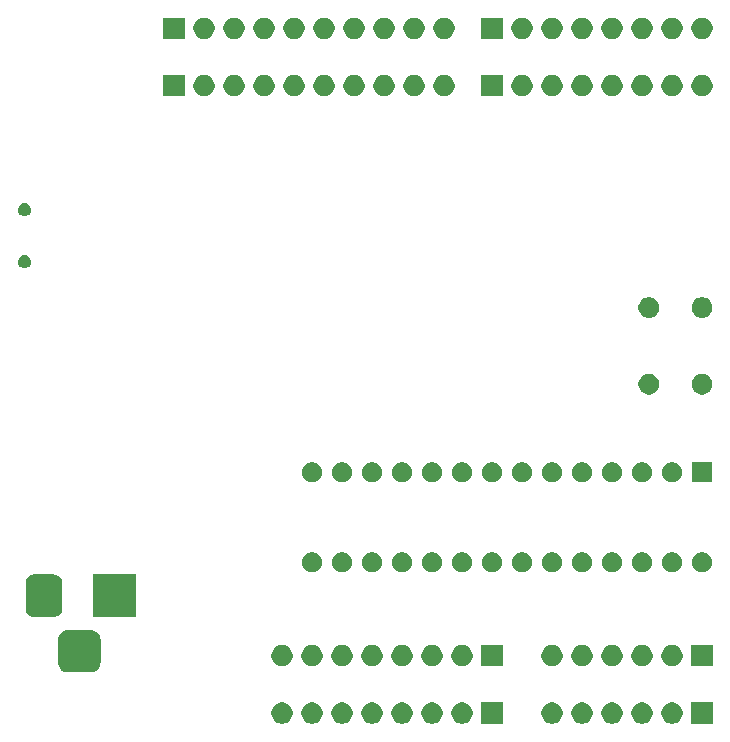
<source format=gbr>
G04 #@! TF.GenerationSoftware,KiCad,Pcbnew,(5.1.5)-3*
G04 #@! TF.CreationDate,2020-05-22T01:35:11+09:00*
G04 #@! TF.ProjectId,custom_arduino,63757374-6f6d-45f6-9172-6475696e6f2e,rev?*
G04 #@! TF.SameCoordinates,Original*
G04 #@! TF.FileFunction,Soldermask,Bot*
G04 #@! TF.FilePolarity,Negative*
%FSLAX46Y46*%
G04 Gerber Fmt 4.6, Leading zero omitted, Abs format (unit mm)*
G04 Created by KiCad (PCBNEW (5.1.5)-3) date 2020-05-22 01:35:11*
%MOMM*%
%LPD*%
G04 APERTURE LIST*
%ADD10C,0.100000*%
G04 APERTURE END LIST*
D10*
G36*
X143561000Y-115281000D02*
G01*
X141759000Y-115281000D01*
X141759000Y-113479000D01*
X143561000Y-113479000D01*
X143561000Y-115281000D01*
G37*
G36*
X140233512Y-113483927D02*
G01*
X140382812Y-113513624D01*
X140546784Y-113581544D01*
X140694354Y-113680147D01*
X140819853Y-113805646D01*
X140918456Y-113953216D01*
X140986376Y-114117188D01*
X141021000Y-114291259D01*
X141021000Y-114468741D01*
X140986376Y-114642812D01*
X140918456Y-114806784D01*
X140819853Y-114954354D01*
X140694354Y-115079853D01*
X140546784Y-115178456D01*
X140382812Y-115246376D01*
X140233512Y-115276073D01*
X140208742Y-115281000D01*
X140031258Y-115281000D01*
X140006488Y-115276073D01*
X139857188Y-115246376D01*
X139693216Y-115178456D01*
X139545646Y-115079853D01*
X139420147Y-114954354D01*
X139321544Y-114806784D01*
X139253624Y-114642812D01*
X139219000Y-114468741D01*
X139219000Y-114291259D01*
X139253624Y-114117188D01*
X139321544Y-113953216D01*
X139420147Y-113805646D01*
X139545646Y-113680147D01*
X139693216Y-113581544D01*
X139857188Y-113513624D01*
X140006488Y-113483927D01*
X140031258Y-113479000D01*
X140208742Y-113479000D01*
X140233512Y-113483927D01*
G37*
G36*
X125781000Y-115281000D02*
G01*
X123979000Y-115281000D01*
X123979000Y-113479000D01*
X125781000Y-113479000D01*
X125781000Y-115281000D01*
G37*
G36*
X122453512Y-113483927D02*
G01*
X122602812Y-113513624D01*
X122766784Y-113581544D01*
X122914354Y-113680147D01*
X123039853Y-113805646D01*
X123138456Y-113953216D01*
X123206376Y-114117188D01*
X123241000Y-114291259D01*
X123241000Y-114468741D01*
X123206376Y-114642812D01*
X123138456Y-114806784D01*
X123039853Y-114954354D01*
X122914354Y-115079853D01*
X122766784Y-115178456D01*
X122602812Y-115246376D01*
X122453512Y-115276073D01*
X122428742Y-115281000D01*
X122251258Y-115281000D01*
X122226488Y-115276073D01*
X122077188Y-115246376D01*
X121913216Y-115178456D01*
X121765646Y-115079853D01*
X121640147Y-114954354D01*
X121541544Y-114806784D01*
X121473624Y-114642812D01*
X121439000Y-114468741D01*
X121439000Y-114291259D01*
X121473624Y-114117188D01*
X121541544Y-113953216D01*
X121640147Y-113805646D01*
X121765646Y-113680147D01*
X121913216Y-113581544D01*
X122077188Y-113513624D01*
X122226488Y-113483927D01*
X122251258Y-113479000D01*
X122428742Y-113479000D01*
X122453512Y-113483927D01*
G37*
G36*
X119913512Y-113483927D02*
G01*
X120062812Y-113513624D01*
X120226784Y-113581544D01*
X120374354Y-113680147D01*
X120499853Y-113805646D01*
X120598456Y-113953216D01*
X120666376Y-114117188D01*
X120701000Y-114291259D01*
X120701000Y-114468741D01*
X120666376Y-114642812D01*
X120598456Y-114806784D01*
X120499853Y-114954354D01*
X120374354Y-115079853D01*
X120226784Y-115178456D01*
X120062812Y-115246376D01*
X119913512Y-115276073D01*
X119888742Y-115281000D01*
X119711258Y-115281000D01*
X119686488Y-115276073D01*
X119537188Y-115246376D01*
X119373216Y-115178456D01*
X119225646Y-115079853D01*
X119100147Y-114954354D01*
X119001544Y-114806784D01*
X118933624Y-114642812D01*
X118899000Y-114468741D01*
X118899000Y-114291259D01*
X118933624Y-114117188D01*
X119001544Y-113953216D01*
X119100147Y-113805646D01*
X119225646Y-113680147D01*
X119373216Y-113581544D01*
X119537188Y-113513624D01*
X119686488Y-113483927D01*
X119711258Y-113479000D01*
X119888742Y-113479000D01*
X119913512Y-113483927D01*
G37*
G36*
X117373512Y-113483927D02*
G01*
X117522812Y-113513624D01*
X117686784Y-113581544D01*
X117834354Y-113680147D01*
X117959853Y-113805646D01*
X118058456Y-113953216D01*
X118126376Y-114117188D01*
X118161000Y-114291259D01*
X118161000Y-114468741D01*
X118126376Y-114642812D01*
X118058456Y-114806784D01*
X117959853Y-114954354D01*
X117834354Y-115079853D01*
X117686784Y-115178456D01*
X117522812Y-115246376D01*
X117373512Y-115276073D01*
X117348742Y-115281000D01*
X117171258Y-115281000D01*
X117146488Y-115276073D01*
X116997188Y-115246376D01*
X116833216Y-115178456D01*
X116685646Y-115079853D01*
X116560147Y-114954354D01*
X116461544Y-114806784D01*
X116393624Y-114642812D01*
X116359000Y-114468741D01*
X116359000Y-114291259D01*
X116393624Y-114117188D01*
X116461544Y-113953216D01*
X116560147Y-113805646D01*
X116685646Y-113680147D01*
X116833216Y-113581544D01*
X116997188Y-113513624D01*
X117146488Y-113483927D01*
X117171258Y-113479000D01*
X117348742Y-113479000D01*
X117373512Y-113483927D01*
G37*
G36*
X114833512Y-113483927D02*
G01*
X114982812Y-113513624D01*
X115146784Y-113581544D01*
X115294354Y-113680147D01*
X115419853Y-113805646D01*
X115518456Y-113953216D01*
X115586376Y-114117188D01*
X115621000Y-114291259D01*
X115621000Y-114468741D01*
X115586376Y-114642812D01*
X115518456Y-114806784D01*
X115419853Y-114954354D01*
X115294354Y-115079853D01*
X115146784Y-115178456D01*
X114982812Y-115246376D01*
X114833512Y-115276073D01*
X114808742Y-115281000D01*
X114631258Y-115281000D01*
X114606488Y-115276073D01*
X114457188Y-115246376D01*
X114293216Y-115178456D01*
X114145646Y-115079853D01*
X114020147Y-114954354D01*
X113921544Y-114806784D01*
X113853624Y-114642812D01*
X113819000Y-114468741D01*
X113819000Y-114291259D01*
X113853624Y-114117188D01*
X113921544Y-113953216D01*
X114020147Y-113805646D01*
X114145646Y-113680147D01*
X114293216Y-113581544D01*
X114457188Y-113513624D01*
X114606488Y-113483927D01*
X114631258Y-113479000D01*
X114808742Y-113479000D01*
X114833512Y-113483927D01*
G37*
G36*
X112293512Y-113483927D02*
G01*
X112442812Y-113513624D01*
X112606784Y-113581544D01*
X112754354Y-113680147D01*
X112879853Y-113805646D01*
X112978456Y-113953216D01*
X113046376Y-114117188D01*
X113081000Y-114291259D01*
X113081000Y-114468741D01*
X113046376Y-114642812D01*
X112978456Y-114806784D01*
X112879853Y-114954354D01*
X112754354Y-115079853D01*
X112606784Y-115178456D01*
X112442812Y-115246376D01*
X112293512Y-115276073D01*
X112268742Y-115281000D01*
X112091258Y-115281000D01*
X112066488Y-115276073D01*
X111917188Y-115246376D01*
X111753216Y-115178456D01*
X111605646Y-115079853D01*
X111480147Y-114954354D01*
X111381544Y-114806784D01*
X111313624Y-114642812D01*
X111279000Y-114468741D01*
X111279000Y-114291259D01*
X111313624Y-114117188D01*
X111381544Y-113953216D01*
X111480147Y-113805646D01*
X111605646Y-113680147D01*
X111753216Y-113581544D01*
X111917188Y-113513624D01*
X112066488Y-113483927D01*
X112091258Y-113479000D01*
X112268742Y-113479000D01*
X112293512Y-113483927D01*
G37*
G36*
X109753512Y-113483927D02*
G01*
X109902812Y-113513624D01*
X110066784Y-113581544D01*
X110214354Y-113680147D01*
X110339853Y-113805646D01*
X110438456Y-113953216D01*
X110506376Y-114117188D01*
X110541000Y-114291259D01*
X110541000Y-114468741D01*
X110506376Y-114642812D01*
X110438456Y-114806784D01*
X110339853Y-114954354D01*
X110214354Y-115079853D01*
X110066784Y-115178456D01*
X109902812Y-115246376D01*
X109753512Y-115276073D01*
X109728742Y-115281000D01*
X109551258Y-115281000D01*
X109526488Y-115276073D01*
X109377188Y-115246376D01*
X109213216Y-115178456D01*
X109065646Y-115079853D01*
X108940147Y-114954354D01*
X108841544Y-114806784D01*
X108773624Y-114642812D01*
X108739000Y-114468741D01*
X108739000Y-114291259D01*
X108773624Y-114117188D01*
X108841544Y-113953216D01*
X108940147Y-113805646D01*
X109065646Y-113680147D01*
X109213216Y-113581544D01*
X109377188Y-113513624D01*
X109526488Y-113483927D01*
X109551258Y-113479000D01*
X109728742Y-113479000D01*
X109753512Y-113483927D01*
G37*
G36*
X107213512Y-113483927D02*
G01*
X107362812Y-113513624D01*
X107526784Y-113581544D01*
X107674354Y-113680147D01*
X107799853Y-113805646D01*
X107898456Y-113953216D01*
X107966376Y-114117188D01*
X108001000Y-114291259D01*
X108001000Y-114468741D01*
X107966376Y-114642812D01*
X107898456Y-114806784D01*
X107799853Y-114954354D01*
X107674354Y-115079853D01*
X107526784Y-115178456D01*
X107362812Y-115246376D01*
X107213512Y-115276073D01*
X107188742Y-115281000D01*
X107011258Y-115281000D01*
X106986488Y-115276073D01*
X106837188Y-115246376D01*
X106673216Y-115178456D01*
X106525646Y-115079853D01*
X106400147Y-114954354D01*
X106301544Y-114806784D01*
X106233624Y-114642812D01*
X106199000Y-114468741D01*
X106199000Y-114291259D01*
X106233624Y-114117188D01*
X106301544Y-113953216D01*
X106400147Y-113805646D01*
X106525646Y-113680147D01*
X106673216Y-113581544D01*
X106837188Y-113513624D01*
X106986488Y-113483927D01*
X107011258Y-113479000D01*
X107188742Y-113479000D01*
X107213512Y-113483927D01*
G37*
G36*
X137693512Y-113483927D02*
G01*
X137842812Y-113513624D01*
X138006784Y-113581544D01*
X138154354Y-113680147D01*
X138279853Y-113805646D01*
X138378456Y-113953216D01*
X138446376Y-114117188D01*
X138481000Y-114291259D01*
X138481000Y-114468741D01*
X138446376Y-114642812D01*
X138378456Y-114806784D01*
X138279853Y-114954354D01*
X138154354Y-115079853D01*
X138006784Y-115178456D01*
X137842812Y-115246376D01*
X137693512Y-115276073D01*
X137668742Y-115281000D01*
X137491258Y-115281000D01*
X137466488Y-115276073D01*
X137317188Y-115246376D01*
X137153216Y-115178456D01*
X137005646Y-115079853D01*
X136880147Y-114954354D01*
X136781544Y-114806784D01*
X136713624Y-114642812D01*
X136679000Y-114468741D01*
X136679000Y-114291259D01*
X136713624Y-114117188D01*
X136781544Y-113953216D01*
X136880147Y-113805646D01*
X137005646Y-113680147D01*
X137153216Y-113581544D01*
X137317188Y-113513624D01*
X137466488Y-113483927D01*
X137491258Y-113479000D01*
X137668742Y-113479000D01*
X137693512Y-113483927D01*
G37*
G36*
X135153512Y-113483927D02*
G01*
X135302812Y-113513624D01*
X135466784Y-113581544D01*
X135614354Y-113680147D01*
X135739853Y-113805646D01*
X135838456Y-113953216D01*
X135906376Y-114117188D01*
X135941000Y-114291259D01*
X135941000Y-114468741D01*
X135906376Y-114642812D01*
X135838456Y-114806784D01*
X135739853Y-114954354D01*
X135614354Y-115079853D01*
X135466784Y-115178456D01*
X135302812Y-115246376D01*
X135153512Y-115276073D01*
X135128742Y-115281000D01*
X134951258Y-115281000D01*
X134926488Y-115276073D01*
X134777188Y-115246376D01*
X134613216Y-115178456D01*
X134465646Y-115079853D01*
X134340147Y-114954354D01*
X134241544Y-114806784D01*
X134173624Y-114642812D01*
X134139000Y-114468741D01*
X134139000Y-114291259D01*
X134173624Y-114117188D01*
X134241544Y-113953216D01*
X134340147Y-113805646D01*
X134465646Y-113680147D01*
X134613216Y-113581544D01*
X134777188Y-113513624D01*
X134926488Y-113483927D01*
X134951258Y-113479000D01*
X135128742Y-113479000D01*
X135153512Y-113483927D01*
G37*
G36*
X132613512Y-113483927D02*
G01*
X132762812Y-113513624D01*
X132926784Y-113581544D01*
X133074354Y-113680147D01*
X133199853Y-113805646D01*
X133298456Y-113953216D01*
X133366376Y-114117188D01*
X133401000Y-114291259D01*
X133401000Y-114468741D01*
X133366376Y-114642812D01*
X133298456Y-114806784D01*
X133199853Y-114954354D01*
X133074354Y-115079853D01*
X132926784Y-115178456D01*
X132762812Y-115246376D01*
X132613512Y-115276073D01*
X132588742Y-115281000D01*
X132411258Y-115281000D01*
X132386488Y-115276073D01*
X132237188Y-115246376D01*
X132073216Y-115178456D01*
X131925646Y-115079853D01*
X131800147Y-114954354D01*
X131701544Y-114806784D01*
X131633624Y-114642812D01*
X131599000Y-114468741D01*
X131599000Y-114291259D01*
X131633624Y-114117188D01*
X131701544Y-113953216D01*
X131800147Y-113805646D01*
X131925646Y-113680147D01*
X132073216Y-113581544D01*
X132237188Y-113513624D01*
X132386488Y-113483927D01*
X132411258Y-113479000D01*
X132588742Y-113479000D01*
X132613512Y-113483927D01*
G37*
G36*
X130073512Y-113483927D02*
G01*
X130222812Y-113513624D01*
X130386784Y-113581544D01*
X130534354Y-113680147D01*
X130659853Y-113805646D01*
X130758456Y-113953216D01*
X130826376Y-114117188D01*
X130861000Y-114291259D01*
X130861000Y-114468741D01*
X130826376Y-114642812D01*
X130758456Y-114806784D01*
X130659853Y-114954354D01*
X130534354Y-115079853D01*
X130386784Y-115178456D01*
X130222812Y-115246376D01*
X130073512Y-115276073D01*
X130048742Y-115281000D01*
X129871258Y-115281000D01*
X129846488Y-115276073D01*
X129697188Y-115246376D01*
X129533216Y-115178456D01*
X129385646Y-115079853D01*
X129260147Y-114954354D01*
X129161544Y-114806784D01*
X129093624Y-114642812D01*
X129059000Y-114468741D01*
X129059000Y-114291259D01*
X129093624Y-114117188D01*
X129161544Y-113953216D01*
X129260147Y-113805646D01*
X129385646Y-113680147D01*
X129533216Y-113581544D01*
X129697188Y-113513624D01*
X129846488Y-113483927D01*
X129871258Y-113479000D01*
X130048742Y-113479000D01*
X130073512Y-113483927D01*
G37*
G36*
X91066366Y-107355695D02*
G01*
X91223460Y-107403349D01*
X91368231Y-107480731D01*
X91495128Y-107584872D01*
X91599269Y-107711769D01*
X91676651Y-107856540D01*
X91724305Y-108013634D01*
X91741000Y-108183140D01*
X91741000Y-110096860D01*
X91724305Y-110266366D01*
X91676651Y-110423460D01*
X91599269Y-110568231D01*
X91495128Y-110695128D01*
X91368231Y-110799269D01*
X91223460Y-110876651D01*
X91066366Y-110924305D01*
X90896860Y-110941000D01*
X88983140Y-110941000D01*
X88813634Y-110924305D01*
X88656540Y-110876651D01*
X88511769Y-110799269D01*
X88384872Y-110695128D01*
X88280731Y-110568231D01*
X88203349Y-110423460D01*
X88155695Y-110266366D01*
X88139000Y-110096860D01*
X88139000Y-108183140D01*
X88155695Y-108013634D01*
X88203349Y-107856540D01*
X88280731Y-107711769D01*
X88384872Y-107584872D01*
X88511769Y-107480731D01*
X88656540Y-107403349D01*
X88813634Y-107355695D01*
X88983140Y-107339000D01*
X90896860Y-107339000D01*
X91066366Y-107355695D01*
G37*
G36*
X119913512Y-108623927D02*
G01*
X120062812Y-108653624D01*
X120226784Y-108721544D01*
X120374354Y-108820147D01*
X120499853Y-108945646D01*
X120598456Y-109093216D01*
X120666376Y-109257188D01*
X120701000Y-109431259D01*
X120701000Y-109608741D01*
X120666376Y-109782812D01*
X120598456Y-109946784D01*
X120499853Y-110094354D01*
X120374354Y-110219853D01*
X120226784Y-110318456D01*
X120062812Y-110386376D01*
X119913512Y-110416073D01*
X119888742Y-110421000D01*
X119711258Y-110421000D01*
X119686488Y-110416073D01*
X119537188Y-110386376D01*
X119373216Y-110318456D01*
X119225646Y-110219853D01*
X119100147Y-110094354D01*
X119001544Y-109946784D01*
X118933624Y-109782812D01*
X118899000Y-109608741D01*
X118899000Y-109431259D01*
X118933624Y-109257188D01*
X119001544Y-109093216D01*
X119100147Y-108945646D01*
X119225646Y-108820147D01*
X119373216Y-108721544D01*
X119537188Y-108653624D01*
X119686488Y-108623927D01*
X119711258Y-108619000D01*
X119888742Y-108619000D01*
X119913512Y-108623927D01*
G37*
G36*
X112293512Y-108623927D02*
G01*
X112442812Y-108653624D01*
X112606784Y-108721544D01*
X112754354Y-108820147D01*
X112879853Y-108945646D01*
X112978456Y-109093216D01*
X113046376Y-109257188D01*
X113081000Y-109431259D01*
X113081000Y-109608741D01*
X113046376Y-109782812D01*
X112978456Y-109946784D01*
X112879853Y-110094354D01*
X112754354Y-110219853D01*
X112606784Y-110318456D01*
X112442812Y-110386376D01*
X112293512Y-110416073D01*
X112268742Y-110421000D01*
X112091258Y-110421000D01*
X112066488Y-110416073D01*
X111917188Y-110386376D01*
X111753216Y-110318456D01*
X111605646Y-110219853D01*
X111480147Y-110094354D01*
X111381544Y-109946784D01*
X111313624Y-109782812D01*
X111279000Y-109608741D01*
X111279000Y-109431259D01*
X111313624Y-109257188D01*
X111381544Y-109093216D01*
X111480147Y-108945646D01*
X111605646Y-108820147D01*
X111753216Y-108721544D01*
X111917188Y-108653624D01*
X112066488Y-108623927D01*
X112091258Y-108619000D01*
X112268742Y-108619000D01*
X112293512Y-108623927D01*
G37*
G36*
X117373512Y-108623927D02*
G01*
X117522812Y-108653624D01*
X117686784Y-108721544D01*
X117834354Y-108820147D01*
X117959853Y-108945646D01*
X118058456Y-109093216D01*
X118126376Y-109257188D01*
X118161000Y-109431259D01*
X118161000Y-109608741D01*
X118126376Y-109782812D01*
X118058456Y-109946784D01*
X117959853Y-110094354D01*
X117834354Y-110219853D01*
X117686784Y-110318456D01*
X117522812Y-110386376D01*
X117373512Y-110416073D01*
X117348742Y-110421000D01*
X117171258Y-110421000D01*
X117146488Y-110416073D01*
X116997188Y-110386376D01*
X116833216Y-110318456D01*
X116685646Y-110219853D01*
X116560147Y-110094354D01*
X116461544Y-109946784D01*
X116393624Y-109782812D01*
X116359000Y-109608741D01*
X116359000Y-109431259D01*
X116393624Y-109257188D01*
X116461544Y-109093216D01*
X116560147Y-108945646D01*
X116685646Y-108820147D01*
X116833216Y-108721544D01*
X116997188Y-108653624D01*
X117146488Y-108623927D01*
X117171258Y-108619000D01*
X117348742Y-108619000D01*
X117373512Y-108623927D01*
G37*
G36*
X122453512Y-108623927D02*
G01*
X122602812Y-108653624D01*
X122766784Y-108721544D01*
X122914354Y-108820147D01*
X123039853Y-108945646D01*
X123138456Y-109093216D01*
X123206376Y-109257188D01*
X123241000Y-109431259D01*
X123241000Y-109608741D01*
X123206376Y-109782812D01*
X123138456Y-109946784D01*
X123039853Y-110094354D01*
X122914354Y-110219853D01*
X122766784Y-110318456D01*
X122602812Y-110386376D01*
X122453512Y-110416073D01*
X122428742Y-110421000D01*
X122251258Y-110421000D01*
X122226488Y-110416073D01*
X122077188Y-110386376D01*
X121913216Y-110318456D01*
X121765646Y-110219853D01*
X121640147Y-110094354D01*
X121541544Y-109946784D01*
X121473624Y-109782812D01*
X121439000Y-109608741D01*
X121439000Y-109431259D01*
X121473624Y-109257188D01*
X121541544Y-109093216D01*
X121640147Y-108945646D01*
X121765646Y-108820147D01*
X121913216Y-108721544D01*
X122077188Y-108653624D01*
X122226488Y-108623927D01*
X122251258Y-108619000D01*
X122428742Y-108619000D01*
X122453512Y-108623927D01*
G37*
G36*
X125781000Y-110421000D02*
G01*
X123979000Y-110421000D01*
X123979000Y-108619000D01*
X125781000Y-108619000D01*
X125781000Y-110421000D01*
G37*
G36*
X114833512Y-108623927D02*
G01*
X114982812Y-108653624D01*
X115146784Y-108721544D01*
X115294354Y-108820147D01*
X115419853Y-108945646D01*
X115518456Y-109093216D01*
X115586376Y-109257188D01*
X115621000Y-109431259D01*
X115621000Y-109608741D01*
X115586376Y-109782812D01*
X115518456Y-109946784D01*
X115419853Y-110094354D01*
X115294354Y-110219853D01*
X115146784Y-110318456D01*
X114982812Y-110386376D01*
X114833512Y-110416073D01*
X114808742Y-110421000D01*
X114631258Y-110421000D01*
X114606488Y-110416073D01*
X114457188Y-110386376D01*
X114293216Y-110318456D01*
X114145646Y-110219853D01*
X114020147Y-110094354D01*
X113921544Y-109946784D01*
X113853624Y-109782812D01*
X113819000Y-109608741D01*
X113819000Y-109431259D01*
X113853624Y-109257188D01*
X113921544Y-109093216D01*
X114020147Y-108945646D01*
X114145646Y-108820147D01*
X114293216Y-108721544D01*
X114457188Y-108653624D01*
X114606488Y-108623927D01*
X114631258Y-108619000D01*
X114808742Y-108619000D01*
X114833512Y-108623927D01*
G37*
G36*
X130073512Y-108623927D02*
G01*
X130222812Y-108653624D01*
X130386784Y-108721544D01*
X130534354Y-108820147D01*
X130659853Y-108945646D01*
X130758456Y-109093216D01*
X130826376Y-109257188D01*
X130861000Y-109431259D01*
X130861000Y-109608741D01*
X130826376Y-109782812D01*
X130758456Y-109946784D01*
X130659853Y-110094354D01*
X130534354Y-110219853D01*
X130386784Y-110318456D01*
X130222812Y-110386376D01*
X130073512Y-110416073D01*
X130048742Y-110421000D01*
X129871258Y-110421000D01*
X129846488Y-110416073D01*
X129697188Y-110386376D01*
X129533216Y-110318456D01*
X129385646Y-110219853D01*
X129260147Y-110094354D01*
X129161544Y-109946784D01*
X129093624Y-109782812D01*
X129059000Y-109608741D01*
X129059000Y-109431259D01*
X129093624Y-109257188D01*
X129161544Y-109093216D01*
X129260147Y-108945646D01*
X129385646Y-108820147D01*
X129533216Y-108721544D01*
X129697188Y-108653624D01*
X129846488Y-108623927D01*
X129871258Y-108619000D01*
X130048742Y-108619000D01*
X130073512Y-108623927D01*
G37*
G36*
X135153512Y-108623927D02*
G01*
X135302812Y-108653624D01*
X135466784Y-108721544D01*
X135614354Y-108820147D01*
X135739853Y-108945646D01*
X135838456Y-109093216D01*
X135906376Y-109257188D01*
X135941000Y-109431259D01*
X135941000Y-109608741D01*
X135906376Y-109782812D01*
X135838456Y-109946784D01*
X135739853Y-110094354D01*
X135614354Y-110219853D01*
X135466784Y-110318456D01*
X135302812Y-110386376D01*
X135153512Y-110416073D01*
X135128742Y-110421000D01*
X134951258Y-110421000D01*
X134926488Y-110416073D01*
X134777188Y-110386376D01*
X134613216Y-110318456D01*
X134465646Y-110219853D01*
X134340147Y-110094354D01*
X134241544Y-109946784D01*
X134173624Y-109782812D01*
X134139000Y-109608741D01*
X134139000Y-109431259D01*
X134173624Y-109257188D01*
X134241544Y-109093216D01*
X134340147Y-108945646D01*
X134465646Y-108820147D01*
X134613216Y-108721544D01*
X134777188Y-108653624D01*
X134926488Y-108623927D01*
X134951258Y-108619000D01*
X135128742Y-108619000D01*
X135153512Y-108623927D01*
G37*
G36*
X137693512Y-108623927D02*
G01*
X137842812Y-108653624D01*
X138006784Y-108721544D01*
X138154354Y-108820147D01*
X138279853Y-108945646D01*
X138378456Y-109093216D01*
X138446376Y-109257188D01*
X138481000Y-109431259D01*
X138481000Y-109608741D01*
X138446376Y-109782812D01*
X138378456Y-109946784D01*
X138279853Y-110094354D01*
X138154354Y-110219853D01*
X138006784Y-110318456D01*
X137842812Y-110386376D01*
X137693512Y-110416073D01*
X137668742Y-110421000D01*
X137491258Y-110421000D01*
X137466488Y-110416073D01*
X137317188Y-110386376D01*
X137153216Y-110318456D01*
X137005646Y-110219853D01*
X136880147Y-110094354D01*
X136781544Y-109946784D01*
X136713624Y-109782812D01*
X136679000Y-109608741D01*
X136679000Y-109431259D01*
X136713624Y-109257188D01*
X136781544Y-109093216D01*
X136880147Y-108945646D01*
X137005646Y-108820147D01*
X137153216Y-108721544D01*
X137317188Y-108653624D01*
X137466488Y-108623927D01*
X137491258Y-108619000D01*
X137668742Y-108619000D01*
X137693512Y-108623927D01*
G37*
G36*
X140233512Y-108623927D02*
G01*
X140382812Y-108653624D01*
X140546784Y-108721544D01*
X140694354Y-108820147D01*
X140819853Y-108945646D01*
X140918456Y-109093216D01*
X140986376Y-109257188D01*
X141021000Y-109431259D01*
X141021000Y-109608741D01*
X140986376Y-109782812D01*
X140918456Y-109946784D01*
X140819853Y-110094354D01*
X140694354Y-110219853D01*
X140546784Y-110318456D01*
X140382812Y-110386376D01*
X140233512Y-110416073D01*
X140208742Y-110421000D01*
X140031258Y-110421000D01*
X140006488Y-110416073D01*
X139857188Y-110386376D01*
X139693216Y-110318456D01*
X139545646Y-110219853D01*
X139420147Y-110094354D01*
X139321544Y-109946784D01*
X139253624Y-109782812D01*
X139219000Y-109608741D01*
X139219000Y-109431259D01*
X139253624Y-109257188D01*
X139321544Y-109093216D01*
X139420147Y-108945646D01*
X139545646Y-108820147D01*
X139693216Y-108721544D01*
X139857188Y-108653624D01*
X140006488Y-108623927D01*
X140031258Y-108619000D01*
X140208742Y-108619000D01*
X140233512Y-108623927D01*
G37*
G36*
X109753512Y-108623927D02*
G01*
X109902812Y-108653624D01*
X110066784Y-108721544D01*
X110214354Y-108820147D01*
X110339853Y-108945646D01*
X110438456Y-109093216D01*
X110506376Y-109257188D01*
X110541000Y-109431259D01*
X110541000Y-109608741D01*
X110506376Y-109782812D01*
X110438456Y-109946784D01*
X110339853Y-110094354D01*
X110214354Y-110219853D01*
X110066784Y-110318456D01*
X109902812Y-110386376D01*
X109753512Y-110416073D01*
X109728742Y-110421000D01*
X109551258Y-110421000D01*
X109526488Y-110416073D01*
X109377188Y-110386376D01*
X109213216Y-110318456D01*
X109065646Y-110219853D01*
X108940147Y-110094354D01*
X108841544Y-109946784D01*
X108773624Y-109782812D01*
X108739000Y-109608741D01*
X108739000Y-109431259D01*
X108773624Y-109257188D01*
X108841544Y-109093216D01*
X108940147Y-108945646D01*
X109065646Y-108820147D01*
X109213216Y-108721544D01*
X109377188Y-108653624D01*
X109526488Y-108623927D01*
X109551258Y-108619000D01*
X109728742Y-108619000D01*
X109753512Y-108623927D01*
G37*
G36*
X143561000Y-110421000D02*
G01*
X141759000Y-110421000D01*
X141759000Y-108619000D01*
X143561000Y-108619000D01*
X143561000Y-110421000D01*
G37*
G36*
X107213512Y-108623927D02*
G01*
X107362812Y-108653624D01*
X107526784Y-108721544D01*
X107674354Y-108820147D01*
X107799853Y-108945646D01*
X107898456Y-109093216D01*
X107966376Y-109257188D01*
X108001000Y-109431259D01*
X108001000Y-109608741D01*
X107966376Y-109782812D01*
X107898456Y-109946784D01*
X107799853Y-110094354D01*
X107674354Y-110219853D01*
X107526784Y-110318456D01*
X107362812Y-110386376D01*
X107213512Y-110416073D01*
X107188742Y-110421000D01*
X107011258Y-110421000D01*
X106986488Y-110416073D01*
X106837188Y-110386376D01*
X106673216Y-110318456D01*
X106525646Y-110219853D01*
X106400147Y-110094354D01*
X106301544Y-109946784D01*
X106233624Y-109782812D01*
X106199000Y-109608741D01*
X106199000Y-109431259D01*
X106233624Y-109257188D01*
X106301544Y-109093216D01*
X106400147Y-108945646D01*
X106525646Y-108820147D01*
X106673216Y-108721544D01*
X106837188Y-108653624D01*
X106986488Y-108623927D01*
X107011258Y-108619000D01*
X107188742Y-108619000D01*
X107213512Y-108623927D01*
G37*
G36*
X132613512Y-108623927D02*
G01*
X132762812Y-108653624D01*
X132926784Y-108721544D01*
X133074354Y-108820147D01*
X133199853Y-108945646D01*
X133298456Y-109093216D01*
X133366376Y-109257188D01*
X133401000Y-109431259D01*
X133401000Y-109608741D01*
X133366376Y-109782812D01*
X133298456Y-109946784D01*
X133199853Y-110094354D01*
X133074354Y-110219853D01*
X132926784Y-110318456D01*
X132762812Y-110386376D01*
X132613512Y-110416073D01*
X132588742Y-110421000D01*
X132411258Y-110421000D01*
X132386488Y-110416073D01*
X132237188Y-110386376D01*
X132073216Y-110318456D01*
X131925646Y-110219853D01*
X131800147Y-110094354D01*
X131701544Y-109946784D01*
X131633624Y-109782812D01*
X131599000Y-109608741D01*
X131599000Y-109431259D01*
X131633624Y-109257188D01*
X131701544Y-109093216D01*
X131800147Y-108945646D01*
X131925646Y-108820147D01*
X132073216Y-108721544D01*
X132237188Y-108653624D01*
X132386488Y-108623927D01*
X132411258Y-108619000D01*
X132588742Y-108619000D01*
X132613512Y-108623927D01*
G37*
G36*
X87916979Y-102653293D02*
G01*
X88050625Y-102693834D01*
X88173784Y-102759664D01*
X88281740Y-102848260D01*
X88370336Y-102956216D01*
X88436166Y-103079375D01*
X88476707Y-103213021D01*
X88491000Y-103358140D01*
X88491000Y-105521860D01*
X88476707Y-105666979D01*
X88436166Y-105800625D01*
X88370336Y-105923784D01*
X88281740Y-106031740D01*
X88173784Y-106120336D01*
X88050625Y-106186166D01*
X87916979Y-106226707D01*
X87771860Y-106241000D01*
X86108140Y-106241000D01*
X85963021Y-106226707D01*
X85829375Y-106186166D01*
X85706216Y-106120336D01*
X85598260Y-106031740D01*
X85509664Y-105923784D01*
X85443834Y-105800625D01*
X85403293Y-105666979D01*
X85389000Y-105521860D01*
X85389000Y-103358140D01*
X85403293Y-103213021D01*
X85443834Y-103079375D01*
X85509664Y-102956216D01*
X85598260Y-102848260D01*
X85706216Y-102759664D01*
X85829375Y-102693834D01*
X85963021Y-102653293D01*
X86108140Y-102639000D01*
X87771860Y-102639000D01*
X87916979Y-102653293D01*
G37*
G36*
X94741000Y-106241000D02*
G01*
X91139000Y-106241000D01*
X91139000Y-102639000D01*
X94741000Y-102639000D01*
X94741000Y-106241000D01*
G37*
G36*
X127668228Y-100801703D02*
G01*
X127823100Y-100865853D01*
X127962481Y-100958985D01*
X128081015Y-101077519D01*
X128174147Y-101216900D01*
X128238297Y-101371772D01*
X128271000Y-101536184D01*
X128271000Y-101703816D01*
X128238297Y-101868228D01*
X128174147Y-102023100D01*
X128081015Y-102162481D01*
X127962481Y-102281015D01*
X127823100Y-102374147D01*
X127668228Y-102438297D01*
X127503816Y-102471000D01*
X127336184Y-102471000D01*
X127171772Y-102438297D01*
X127016900Y-102374147D01*
X126877519Y-102281015D01*
X126758985Y-102162481D01*
X126665853Y-102023100D01*
X126601703Y-101868228D01*
X126569000Y-101703816D01*
X126569000Y-101536184D01*
X126601703Y-101371772D01*
X126665853Y-101216900D01*
X126758985Y-101077519D01*
X126877519Y-100958985D01*
X127016900Y-100865853D01*
X127171772Y-100801703D01*
X127336184Y-100769000D01*
X127503816Y-100769000D01*
X127668228Y-100801703D01*
G37*
G36*
X109888228Y-100801703D02*
G01*
X110043100Y-100865853D01*
X110182481Y-100958985D01*
X110301015Y-101077519D01*
X110394147Y-101216900D01*
X110458297Y-101371772D01*
X110491000Y-101536184D01*
X110491000Y-101703816D01*
X110458297Y-101868228D01*
X110394147Y-102023100D01*
X110301015Y-102162481D01*
X110182481Y-102281015D01*
X110043100Y-102374147D01*
X109888228Y-102438297D01*
X109723816Y-102471000D01*
X109556184Y-102471000D01*
X109391772Y-102438297D01*
X109236900Y-102374147D01*
X109097519Y-102281015D01*
X108978985Y-102162481D01*
X108885853Y-102023100D01*
X108821703Y-101868228D01*
X108789000Y-101703816D01*
X108789000Y-101536184D01*
X108821703Y-101371772D01*
X108885853Y-101216900D01*
X108978985Y-101077519D01*
X109097519Y-100958985D01*
X109236900Y-100865853D01*
X109391772Y-100801703D01*
X109556184Y-100769000D01*
X109723816Y-100769000D01*
X109888228Y-100801703D01*
G37*
G36*
X112428228Y-100801703D02*
G01*
X112583100Y-100865853D01*
X112722481Y-100958985D01*
X112841015Y-101077519D01*
X112934147Y-101216900D01*
X112998297Y-101371772D01*
X113031000Y-101536184D01*
X113031000Y-101703816D01*
X112998297Y-101868228D01*
X112934147Y-102023100D01*
X112841015Y-102162481D01*
X112722481Y-102281015D01*
X112583100Y-102374147D01*
X112428228Y-102438297D01*
X112263816Y-102471000D01*
X112096184Y-102471000D01*
X111931772Y-102438297D01*
X111776900Y-102374147D01*
X111637519Y-102281015D01*
X111518985Y-102162481D01*
X111425853Y-102023100D01*
X111361703Y-101868228D01*
X111329000Y-101703816D01*
X111329000Y-101536184D01*
X111361703Y-101371772D01*
X111425853Y-101216900D01*
X111518985Y-101077519D01*
X111637519Y-100958985D01*
X111776900Y-100865853D01*
X111931772Y-100801703D01*
X112096184Y-100769000D01*
X112263816Y-100769000D01*
X112428228Y-100801703D01*
G37*
G36*
X114968228Y-100801703D02*
G01*
X115123100Y-100865853D01*
X115262481Y-100958985D01*
X115381015Y-101077519D01*
X115474147Y-101216900D01*
X115538297Y-101371772D01*
X115571000Y-101536184D01*
X115571000Y-101703816D01*
X115538297Y-101868228D01*
X115474147Y-102023100D01*
X115381015Y-102162481D01*
X115262481Y-102281015D01*
X115123100Y-102374147D01*
X114968228Y-102438297D01*
X114803816Y-102471000D01*
X114636184Y-102471000D01*
X114471772Y-102438297D01*
X114316900Y-102374147D01*
X114177519Y-102281015D01*
X114058985Y-102162481D01*
X113965853Y-102023100D01*
X113901703Y-101868228D01*
X113869000Y-101703816D01*
X113869000Y-101536184D01*
X113901703Y-101371772D01*
X113965853Y-101216900D01*
X114058985Y-101077519D01*
X114177519Y-100958985D01*
X114316900Y-100865853D01*
X114471772Y-100801703D01*
X114636184Y-100769000D01*
X114803816Y-100769000D01*
X114968228Y-100801703D01*
G37*
G36*
X117508228Y-100801703D02*
G01*
X117663100Y-100865853D01*
X117802481Y-100958985D01*
X117921015Y-101077519D01*
X118014147Y-101216900D01*
X118078297Y-101371772D01*
X118111000Y-101536184D01*
X118111000Y-101703816D01*
X118078297Y-101868228D01*
X118014147Y-102023100D01*
X117921015Y-102162481D01*
X117802481Y-102281015D01*
X117663100Y-102374147D01*
X117508228Y-102438297D01*
X117343816Y-102471000D01*
X117176184Y-102471000D01*
X117011772Y-102438297D01*
X116856900Y-102374147D01*
X116717519Y-102281015D01*
X116598985Y-102162481D01*
X116505853Y-102023100D01*
X116441703Y-101868228D01*
X116409000Y-101703816D01*
X116409000Y-101536184D01*
X116441703Y-101371772D01*
X116505853Y-101216900D01*
X116598985Y-101077519D01*
X116717519Y-100958985D01*
X116856900Y-100865853D01*
X117011772Y-100801703D01*
X117176184Y-100769000D01*
X117343816Y-100769000D01*
X117508228Y-100801703D01*
G37*
G36*
X120048228Y-100801703D02*
G01*
X120203100Y-100865853D01*
X120342481Y-100958985D01*
X120461015Y-101077519D01*
X120554147Y-101216900D01*
X120618297Y-101371772D01*
X120651000Y-101536184D01*
X120651000Y-101703816D01*
X120618297Y-101868228D01*
X120554147Y-102023100D01*
X120461015Y-102162481D01*
X120342481Y-102281015D01*
X120203100Y-102374147D01*
X120048228Y-102438297D01*
X119883816Y-102471000D01*
X119716184Y-102471000D01*
X119551772Y-102438297D01*
X119396900Y-102374147D01*
X119257519Y-102281015D01*
X119138985Y-102162481D01*
X119045853Y-102023100D01*
X118981703Y-101868228D01*
X118949000Y-101703816D01*
X118949000Y-101536184D01*
X118981703Y-101371772D01*
X119045853Y-101216900D01*
X119138985Y-101077519D01*
X119257519Y-100958985D01*
X119396900Y-100865853D01*
X119551772Y-100801703D01*
X119716184Y-100769000D01*
X119883816Y-100769000D01*
X120048228Y-100801703D01*
G37*
G36*
X122588228Y-100801703D02*
G01*
X122743100Y-100865853D01*
X122882481Y-100958985D01*
X123001015Y-101077519D01*
X123094147Y-101216900D01*
X123158297Y-101371772D01*
X123191000Y-101536184D01*
X123191000Y-101703816D01*
X123158297Y-101868228D01*
X123094147Y-102023100D01*
X123001015Y-102162481D01*
X122882481Y-102281015D01*
X122743100Y-102374147D01*
X122588228Y-102438297D01*
X122423816Y-102471000D01*
X122256184Y-102471000D01*
X122091772Y-102438297D01*
X121936900Y-102374147D01*
X121797519Y-102281015D01*
X121678985Y-102162481D01*
X121585853Y-102023100D01*
X121521703Y-101868228D01*
X121489000Y-101703816D01*
X121489000Y-101536184D01*
X121521703Y-101371772D01*
X121585853Y-101216900D01*
X121678985Y-101077519D01*
X121797519Y-100958985D01*
X121936900Y-100865853D01*
X122091772Y-100801703D01*
X122256184Y-100769000D01*
X122423816Y-100769000D01*
X122588228Y-100801703D01*
G37*
G36*
X125128228Y-100801703D02*
G01*
X125283100Y-100865853D01*
X125422481Y-100958985D01*
X125541015Y-101077519D01*
X125634147Y-101216900D01*
X125698297Y-101371772D01*
X125731000Y-101536184D01*
X125731000Y-101703816D01*
X125698297Y-101868228D01*
X125634147Y-102023100D01*
X125541015Y-102162481D01*
X125422481Y-102281015D01*
X125283100Y-102374147D01*
X125128228Y-102438297D01*
X124963816Y-102471000D01*
X124796184Y-102471000D01*
X124631772Y-102438297D01*
X124476900Y-102374147D01*
X124337519Y-102281015D01*
X124218985Y-102162481D01*
X124125853Y-102023100D01*
X124061703Y-101868228D01*
X124029000Y-101703816D01*
X124029000Y-101536184D01*
X124061703Y-101371772D01*
X124125853Y-101216900D01*
X124218985Y-101077519D01*
X124337519Y-100958985D01*
X124476900Y-100865853D01*
X124631772Y-100801703D01*
X124796184Y-100769000D01*
X124963816Y-100769000D01*
X125128228Y-100801703D01*
G37*
G36*
X130208228Y-100801703D02*
G01*
X130363100Y-100865853D01*
X130502481Y-100958985D01*
X130621015Y-101077519D01*
X130714147Y-101216900D01*
X130778297Y-101371772D01*
X130811000Y-101536184D01*
X130811000Y-101703816D01*
X130778297Y-101868228D01*
X130714147Y-102023100D01*
X130621015Y-102162481D01*
X130502481Y-102281015D01*
X130363100Y-102374147D01*
X130208228Y-102438297D01*
X130043816Y-102471000D01*
X129876184Y-102471000D01*
X129711772Y-102438297D01*
X129556900Y-102374147D01*
X129417519Y-102281015D01*
X129298985Y-102162481D01*
X129205853Y-102023100D01*
X129141703Y-101868228D01*
X129109000Y-101703816D01*
X129109000Y-101536184D01*
X129141703Y-101371772D01*
X129205853Y-101216900D01*
X129298985Y-101077519D01*
X129417519Y-100958985D01*
X129556900Y-100865853D01*
X129711772Y-100801703D01*
X129876184Y-100769000D01*
X130043816Y-100769000D01*
X130208228Y-100801703D01*
G37*
G36*
X132748228Y-100801703D02*
G01*
X132903100Y-100865853D01*
X133042481Y-100958985D01*
X133161015Y-101077519D01*
X133254147Y-101216900D01*
X133318297Y-101371772D01*
X133351000Y-101536184D01*
X133351000Y-101703816D01*
X133318297Y-101868228D01*
X133254147Y-102023100D01*
X133161015Y-102162481D01*
X133042481Y-102281015D01*
X132903100Y-102374147D01*
X132748228Y-102438297D01*
X132583816Y-102471000D01*
X132416184Y-102471000D01*
X132251772Y-102438297D01*
X132096900Y-102374147D01*
X131957519Y-102281015D01*
X131838985Y-102162481D01*
X131745853Y-102023100D01*
X131681703Y-101868228D01*
X131649000Y-101703816D01*
X131649000Y-101536184D01*
X131681703Y-101371772D01*
X131745853Y-101216900D01*
X131838985Y-101077519D01*
X131957519Y-100958985D01*
X132096900Y-100865853D01*
X132251772Y-100801703D01*
X132416184Y-100769000D01*
X132583816Y-100769000D01*
X132748228Y-100801703D01*
G37*
G36*
X135288228Y-100801703D02*
G01*
X135443100Y-100865853D01*
X135582481Y-100958985D01*
X135701015Y-101077519D01*
X135794147Y-101216900D01*
X135858297Y-101371772D01*
X135891000Y-101536184D01*
X135891000Y-101703816D01*
X135858297Y-101868228D01*
X135794147Y-102023100D01*
X135701015Y-102162481D01*
X135582481Y-102281015D01*
X135443100Y-102374147D01*
X135288228Y-102438297D01*
X135123816Y-102471000D01*
X134956184Y-102471000D01*
X134791772Y-102438297D01*
X134636900Y-102374147D01*
X134497519Y-102281015D01*
X134378985Y-102162481D01*
X134285853Y-102023100D01*
X134221703Y-101868228D01*
X134189000Y-101703816D01*
X134189000Y-101536184D01*
X134221703Y-101371772D01*
X134285853Y-101216900D01*
X134378985Y-101077519D01*
X134497519Y-100958985D01*
X134636900Y-100865853D01*
X134791772Y-100801703D01*
X134956184Y-100769000D01*
X135123816Y-100769000D01*
X135288228Y-100801703D01*
G37*
G36*
X137828228Y-100801703D02*
G01*
X137983100Y-100865853D01*
X138122481Y-100958985D01*
X138241015Y-101077519D01*
X138334147Y-101216900D01*
X138398297Y-101371772D01*
X138431000Y-101536184D01*
X138431000Y-101703816D01*
X138398297Y-101868228D01*
X138334147Y-102023100D01*
X138241015Y-102162481D01*
X138122481Y-102281015D01*
X137983100Y-102374147D01*
X137828228Y-102438297D01*
X137663816Y-102471000D01*
X137496184Y-102471000D01*
X137331772Y-102438297D01*
X137176900Y-102374147D01*
X137037519Y-102281015D01*
X136918985Y-102162481D01*
X136825853Y-102023100D01*
X136761703Y-101868228D01*
X136729000Y-101703816D01*
X136729000Y-101536184D01*
X136761703Y-101371772D01*
X136825853Y-101216900D01*
X136918985Y-101077519D01*
X137037519Y-100958985D01*
X137176900Y-100865853D01*
X137331772Y-100801703D01*
X137496184Y-100769000D01*
X137663816Y-100769000D01*
X137828228Y-100801703D01*
G37*
G36*
X140368228Y-100801703D02*
G01*
X140523100Y-100865853D01*
X140662481Y-100958985D01*
X140781015Y-101077519D01*
X140874147Y-101216900D01*
X140938297Y-101371772D01*
X140971000Y-101536184D01*
X140971000Y-101703816D01*
X140938297Y-101868228D01*
X140874147Y-102023100D01*
X140781015Y-102162481D01*
X140662481Y-102281015D01*
X140523100Y-102374147D01*
X140368228Y-102438297D01*
X140203816Y-102471000D01*
X140036184Y-102471000D01*
X139871772Y-102438297D01*
X139716900Y-102374147D01*
X139577519Y-102281015D01*
X139458985Y-102162481D01*
X139365853Y-102023100D01*
X139301703Y-101868228D01*
X139269000Y-101703816D01*
X139269000Y-101536184D01*
X139301703Y-101371772D01*
X139365853Y-101216900D01*
X139458985Y-101077519D01*
X139577519Y-100958985D01*
X139716900Y-100865853D01*
X139871772Y-100801703D01*
X140036184Y-100769000D01*
X140203816Y-100769000D01*
X140368228Y-100801703D01*
G37*
G36*
X142908228Y-100801703D02*
G01*
X143063100Y-100865853D01*
X143202481Y-100958985D01*
X143321015Y-101077519D01*
X143414147Y-101216900D01*
X143478297Y-101371772D01*
X143511000Y-101536184D01*
X143511000Y-101703816D01*
X143478297Y-101868228D01*
X143414147Y-102023100D01*
X143321015Y-102162481D01*
X143202481Y-102281015D01*
X143063100Y-102374147D01*
X142908228Y-102438297D01*
X142743816Y-102471000D01*
X142576184Y-102471000D01*
X142411772Y-102438297D01*
X142256900Y-102374147D01*
X142117519Y-102281015D01*
X141998985Y-102162481D01*
X141905853Y-102023100D01*
X141841703Y-101868228D01*
X141809000Y-101703816D01*
X141809000Y-101536184D01*
X141841703Y-101371772D01*
X141905853Y-101216900D01*
X141998985Y-101077519D01*
X142117519Y-100958985D01*
X142256900Y-100865853D01*
X142411772Y-100801703D01*
X142576184Y-100769000D01*
X142743816Y-100769000D01*
X142908228Y-100801703D01*
G37*
G36*
X109888228Y-93181703D02*
G01*
X110043100Y-93245853D01*
X110182481Y-93338985D01*
X110301015Y-93457519D01*
X110394147Y-93596900D01*
X110458297Y-93751772D01*
X110491000Y-93916184D01*
X110491000Y-94083816D01*
X110458297Y-94248228D01*
X110394147Y-94403100D01*
X110301015Y-94542481D01*
X110182481Y-94661015D01*
X110043100Y-94754147D01*
X109888228Y-94818297D01*
X109723816Y-94851000D01*
X109556184Y-94851000D01*
X109391772Y-94818297D01*
X109236900Y-94754147D01*
X109097519Y-94661015D01*
X108978985Y-94542481D01*
X108885853Y-94403100D01*
X108821703Y-94248228D01*
X108789000Y-94083816D01*
X108789000Y-93916184D01*
X108821703Y-93751772D01*
X108885853Y-93596900D01*
X108978985Y-93457519D01*
X109097519Y-93338985D01*
X109236900Y-93245853D01*
X109391772Y-93181703D01*
X109556184Y-93149000D01*
X109723816Y-93149000D01*
X109888228Y-93181703D01*
G37*
G36*
X112428228Y-93181703D02*
G01*
X112583100Y-93245853D01*
X112722481Y-93338985D01*
X112841015Y-93457519D01*
X112934147Y-93596900D01*
X112998297Y-93751772D01*
X113031000Y-93916184D01*
X113031000Y-94083816D01*
X112998297Y-94248228D01*
X112934147Y-94403100D01*
X112841015Y-94542481D01*
X112722481Y-94661015D01*
X112583100Y-94754147D01*
X112428228Y-94818297D01*
X112263816Y-94851000D01*
X112096184Y-94851000D01*
X111931772Y-94818297D01*
X111776900Y-94754147D01*
X111637519Y-94661015D01*
X111518985Y-94542481D01*
X111425853Y-94403100D01*
X111361703Y-94248228D01*
X111329000Y-94083816D01*
X111329000Y-93916184D01*
X111361703Y-93751772D01*
X111425853Y-93596900D01*
X111518985Y-93457519D01*
X111637519Y-93338985D01*
X111776900Y-93245853D01*
X111931772Y-93181703D01*
X112096184Y-93149000D01*
X112263816Y-93149000D01*
X112428228Y-93181703D01*
G37*
G36*
X140368228Y-93181703D02*
G01*
X140523100Y-93245853D01*
X140662481Y-93338985D01*
X140781015Y-93457519D01*
X140874147Y-93596900D01*
X140938297Y-93751772D01*
X140971000Y-93916184D01*
X140971000Y-94083816D01*
X140938297Y-94248228D01*
X140874147Y-94403100D01*
X140781015Y-94542481D01*
X140662481Y-94661015D01*
X140523100Y-94754147D01*
X140368228Y-94818297D01*
X140203816Y-94851000D01*
X140036184Y-94851000D01*
X139871772Y-94818297D01*
X139716900Y-94754147D01*
X139577519Y-94661015D01*
X139458985Y-94542481D01*
X139365853Y-94403100D01*
X139301703Y-94248228D01*
X139269000Y-94083816D01*
X139269000Y-93916184D01*
X139301703Y-93751772D01*
X139365853Y-93596900D01*
X139458985Y-93457519D01*
X139577519Y-93338985D01*
X139716900Y-93245853D01*
X139871772Y-93181703D01*
X140036184Y-93149000D01*
X140203816Y-93149000D01*
X140368228Y-93181703D01*
G37*
G36*
X137828228Y-93181703D02*
G01*
X137983100Y-93245853D01*
X138122481Y-93338985D01*
X138241015Y-93457519D01*
X138334147Y-93596900D01*
X138398297Y-93751772D01*
X138431000Y-93916184D01*
X138431000Y-94083816D01*
X138398297Y-94248228D01*
X138334147Y-94403100D01*
X138241015Y-94542481D01*
X138122481Y-94661015D01*
X137983100Y-94754147D01*
X137828228Y-94818297D01*
X137663816Y-94851000D01*
X137496184Y-94851000D01*
X137331772Y-94818297D01*
X137176900Y-94754147D01*
X137037519Y-94661015D01*
X136918985Y-94542481D01*
X136825853Y-94403100D01*
X136761703Y-94248228D01*
X136729000Y-94083816D01*
X136729000Y-93916184D01*
X136761703Y-93751772D01*
X136825853Y-93596900D01*
X136918985Y-93457519D01*
X137037519Y-93338985D01*
X137176900Y-93245853D01*
X137331772Y-93181703D01*
X137496184Y-93149000D01*
X137663816Y-93149000D01*
X137828228Y-93181703D01*
G37*
G36*
X143511000Y-94851000D02*
G01*
X141809000Y-94851000D01*
X141809000Y-93149000D01*
X143511000Y-93149000D01*
X143511000Y-94851000D01*
G37*
G36*
X117508228Y-93181703D02*
G01*
X117663100Y-93245853D01*
X117802481Y-93338985D01*
X117921015Y-93457519D01*
X118014147Y-93596900D01*
X118078297Y-93751772D01*
X118111000Y-93916184D01*
X118111000Y-94083816D01*
X118078297Y-94248228D01*
X118014147Y-94403100D01*
X117921015Y-94542481D01*
X117802481Y-94661015D01*
X117663100Y-94754147D01*
X117508228Y-94818297D01*
X117343816Y-94851000D01*
X117176184Y-94851000D01*
X117011772Y-94818297D01*
X116856900Y-94754147D01*
X116717519Y-94661015D01*
X116598985Y-94542481D01*
X116505853Y-94403100D01*
X116441703Y-94248228D01*
X116409000Y-94083816D01*
X116409000Y-93916184D01*
X116441703Y-93751772D01*
X116505853Y-93596900D01*
X116598985Y-93457519D01*
X116717519Y-93338985D01*
X116856900Y-93245853D01*
X117011772Y-93181703D01*
X117176184Y-93149000D01*
X117343816Y-93149000D01*
X117508228Y-93181703D01*
G37*
G36*
X127668228Y-93181703D02*
G01*
X127823100Y-93245853D01*
X127962481Y-93338985D01*
X128081015Y-93457519D01*
X128174147Y-93596900D01*
X128238297Y-93751772D01*
X128271000Y-93916184D01*
X128271000Y-94083816D01*
X128238297Y-94248228D01*
X128174147Y-94403100D01*
X128081015Y-94542481D01*
X127962481Y-94661015D01*
X127823100Y-94754147D01*
X127668228Y-94818297D01*
X127503816Y-94851000D01*
X127336184Y-94851000D01*
X127171772Y-94818297D01*
X127016900Y-94754147D01*
X126877519Y-94661015D01*
X126758985Y-94542481D01*
X126665853Y-94403100D01*
X126601703Y-94248228D01*
X126569000Y-94083816D01*
X126569000Y-93916184D01*
X126601703Y-93751772D01*
X126665853Y-93596900D01*
X126758985Y-93457519D01*
X126877519Y-93338985D01*
X127016900Y-93245853D01*
X127171772Y-93181703D01*
X127336184Y-93149000D01*
X127503816Y-93149000D01*
X127668228Y-93181703D01*
G37*
G36*
X130208228Y-93181703D02*
G01*
X130363100Y-93245853D01*
X130502481Y-93338985D01*
X130621015Y-93457519D01*
X130714147Y-93596900D01*
X130778297Y-93751772D01*
X130811000Y-93916184D01*
X130811000Y-94083816D01*
X130778297Y-94248228D01*
X130714147Y-94403100D01*
X130621015Y-94542481D01*
X130502481Y-94661015D01*
X130363100Y-94754147D01*
X130208228Y-94818297D01*
X130043816Y-94851000D01*
X129876184Y-94851000D01*
X129711772Y-94818297D01*
X129556900Y-94754147D01*
X129417519Y-94661015D01*
X129298985Y-94542481D01*
X129205853Y-94403100D01*
X129141703Y-94248228D01*
X129109000Y-94083816D01*
X129109000Y-93916184D01*
X129141703Y-93751772D01*
X129205853Y-93596900D01*
X129298985Y-93457519D01*
X129417519Y-93338985D01*
X129556900Y-93245853D01*
X129711772Y-93181703D01*
X129876184Y-93149000D01*
X130043816Y-93149000D01*
X130208228Y-93181703D01*
G37*
G36*
X132748228Y-93181703D02*
G01*
X132903100Y-93245853D01*
X133042481Y-93338985D01*
X133161015Y-93457519D01*
X133254147Y-93596900D01*
X133318297Y-93751772D01*
X133351000Y-93916184D01*
X133351000Y-94083816D01*
X133318297Y-94248228D01*
X133254147Y-94403100D01*
X133161015Y-94542481D01*
X133042481Y-94661015D01*
X132903100Y-94754147D01*
X132748228Y-94818297D01*
X132583816Y-94851000D01*
X132416184Y-94851000D01*
X132251772Y-94818297D01*
X132096900Y-94754147D01*
X131957519Y-94661015D01*
X131838985Y-94542481D01*
X131745853Y-94403100D01*
X131681703Y-94248228D01*
X131649000Y-94083816D01*
X131649000Y-93916184D01*
X131681703Y-93751772D01*
X131745853Y-93596900D01*
X131838985Y-93457519D01*
X131957519Y-93338985D01*
X132096900Y-93245853D01*
X132251772Y-93181703D01*
X132416184Y-93149000D01*
X132583816Y-93149000D01*
X132748228Y-93181703D01*
G37*
G36*
X114968228Y-93181703D02*
G01*
X115123100Y-93245853D01*
X115262481Y-93338985D01*
X115381015Y-93457519D01*
X115474147Y-93596900D01*
X115538297Y-93751772D01*
X115571000Y-93916184D01*
X115571000Y-94083816D01*
X115538297Y-94248228D01*
X115474147Y-94403100D01*
X115381015Y-94542481D01*
X115262481Y-94661015D01*
X115123100Y-94754147D01*
X114968228Y-94818297D01*
X114803816Y-94851000D01*
X114636184Y-94851000D01*
X114471772Y-94818297D01*
X114316900Y-94754147D01*
X114177519Y-94661015D01*
X114058985Y-94542481D01*
X113965853Y-94403100D01*
X113901703Y-94248228D01*
X113869000Y-94083816D01*
X113869000Y-93916184D01*
X113901703Y-93751772D01*
X113965853Y-93596900D01*
X114058985Y-93457519D01*
X114177519Y-93338985D01*
X114316900Y-93245853D01*
X114471772Y-93181703D01*
X114636184Y-93149000D01*
X114803816Y-93149000D01*
X114968228Y-93181703D01*
G37*
G36*
X135288228Y-93181703D02*
G01*
X135443100Y-93245853D01*
X135582481Y-93338985D01*
X135701015Y-93457519D01*
X135794147Y-93596900D01*
X135858297Y-93751772D01*
X135891000Y-93916184D01*
X135891000Y-94083816D01*
X135858297Y-94248228D01*
X135794147Y-94403100D01*
X135701015Y-94542481D01*
X135582481Y-94661015D01*
X135443100Y-94754147D01*
X135288228Y-94818297D01*
X135123816Y-94851000D01*
X134956184Y-94851000D01*
X134791772Y-94818297D01*
X134636900Y-94754147D01*
X134497519Y-94661015D01*
X134378985Y-94542481D01*
X134285853Y-94403100D01*
X134221703Y-94248228D01*
X134189000Y-94083816D01*
X134189000Y-93916184D01*
X134221703Y-93751772D01*
X134285853Y-93596900D01*
X134378985Y-93457519D01*
X134497519Y-93338985D01*
X134636900Y-93245853D01*
X134791772Y-93181703D01*
X134956184Y-93149000D01*
X135123816Y-93149000D01*
X135288228Y-93181703D01*
G37*
G36*
X122588228Y-93181703D02*
G01*
X122743100Y-93245853D01*
X122882481Y-93338985D01*
X123001015Y-93457519D01*
X123094147Y-93596900D01*
X123158297Y-93751772D01*
X123191000Y-93916184D01*
X123191000Y-94083816D01*
X123158297Y-94248228D01*
X123094147Y-94403100D01*
X123001015Y-94542481D01*
X122882481Y-94661015D01*
X122743100Y-94754147D01*
X122588228Y-94818297D01*
X122423816Y-94851000D01*
X122256184Y-94851000D01*
X122091772Y-94818297D01*
X121936900Y-94754147D01*
X121797519Y-94661015D01*
X121678985Y-94542481D01*
X121585853Y-94403100D01*
X121521703Y-94248228D01*
X121489000Y-94083816D01*
X121489000Y-93916184D01*
X121521703Y-93751772D01*
X121585853Y-93596900D01*
X121678985Y-93457519D01*
X121797519Y-93338985D01*
X121936900Y-93245853D01*
X122091772Y-93181703D01*
X122256184Y-93149000D01*
X122423816Y-93149000D01*
X122588228Y-93181703D01*
G37*
G36*
X120048228Y-93181703D02*
G01*
X120203100Y-93245853D01*
X120342481Y-93338985D01*
X120461015Y-93457519D01*
X120554147Y-93596900D01*
X120618297Y-93751772D01*
X120651000Y-93916184D01*
X120651000Y-94083816D01*
X120618297Y-94248228D01*
X120554147Y-94403100D01*
X120461015Y-94542481D01*
X120342481Y-94661015D01*
X120203100Y-94754147D01*
X120048228Y-94818297D01*
X119883816Y-94851000D01*
X119716184Y-94851000D01*
X119551772Y-94818297D01*
X119396900Y-94754147D01*
X119257519Y-94661015D01*
X119138985Y-94542481D01*
X119045853Y-94403100D01*
X118981703Y-94248228D01*
X118949000Y-94083816D01*
X118949000Y-93916184D01*
X118981703Y-93751772D01*
X119045853Y-93596900D01*
X119138985Y-93457519D01*
X119257519Y-93338985D01*
X119396900Y-93245853D01*
X119551772Y-93181703D01*
X119716184Y-93149000D01*
X119883816Y-93149000D01*
X120048228Y-93181703D01*
G37*
G36*
X125128228Y-93181703D02*
G01*
X125283100Y-93245853D01*
X125422481Y-93338985D01*
X125541015Y-93457519D01*
X125634147Y-93596900D01*
X125698297Y-93751772D01*
X125731000Y-93916184D01*
X125731000Y-94083816D01*
X125698297Y-94248228D01*
X125634147Y-94403100D01*
X125541015Y-94542481D01*
X125422481Y-94661015D01*
X125283100Y-94754147D01*
X125128228Y-94818297D01*
X124963816Y-94851000D01*
X124796184Y-94851000D01*
X124631772Y-94818297D01*
X124476900Y-94754147D01*
X124337519Y-94661015D01*
X124218985Y-94542481D01*
X124125853Y-94403100D01*
X124061703Y-94248228D01*
X124029000Y-94083816D01*
X124029000Y-93916184D01*
X124061703Y-93751772D01*
X124125853Y-93596900D01*
X124218985Y-93457519D01*
X124337519Y-93338985D01*
X124476900Y-93245853D01*
X124631772Y-93181703D01*
X124796184Y-93149000D01*
X124963816Y-93149000D01*
X125128228Y-93181703D01*
G37*
G36*
X138330899Y-85680832D02*
G01*
X138415520Y-85697664D01*
X138574942Y-85763699D01*
X138718418Y-85859566D01*
X138840434Y-85981582D01*
X138936301Y-86125058D01*
X139002336Y-86284480D01*
X139036000Y-86453721D01*
X139036000Y-86626279D01*
X139002336Y-86795520D01*
X138936301Y-86954942D01*
X138840434Y-87098418D01*
X138718418Y-87220434D01*
X138574942Y-87316301D01*
X138415520Y-87382336D01*
X138246280Y-87416000D01*
X138073720Y-87416000D01*
X137904480Y-87382336D01*
X137745058Y-87316301D01*
X137601582Y-87220434D01*
X137479566Y-87098418D01*
X137383699Y-86954942D01*
X137317664Y-86795520D01*
X137284000Y-86626279D01*
X137284000Y-86453721D01*
X137317664Y-86284480D01*
X137383699Y-86125058D01*
X137479566Y-85981582D01*
X137601582Y-85859566D01*
X137745058Y-85763699D01*
X137904480Y-85697664D01*
X138073720Y-85664000D01*
X138246280Y-85664000D01*
X138330899Y-85680832D01*
G37*
G36*
X142830899Y-85680832D02*
G01*
X142915520Y-85697664D01*
X143074942Y-85763699D01*
X143218418Y-85859566D01*
X143340434Y-85981582D01*
X143436301Y-86125058D01*
X143502336Y-86284480D01*
X143536000Y-86453721D01*
X143536000Y-86626279D01*
X143502336Y-86795520D01*
X143436301Y-86954942D01*
X143340434Y-87098418D01*
X143218418Y-87220434D01*
X143074942Y-87316301D01*
X142915520Y-87382336D01*
X142746280Y-87416000D01*
X142573720Y-87416000D01*
X142404480Y-87382336D01*
X142245058Y-87316301D01*
X142101582Y-87220434D01*
X141979566Y-87098418D01*
X141883699Y-86954942D01*
X141817664Y-86795520D01*
X141784000Y-86626279D01*
X141784000Y-86453721D01*
X141817664Y-86284480D01*
X141883699Y-86125058D01*
X141979566Y-85981582D01*
X142101582Y-85859566D01*
X142245058Y-85763699D01*
X142404480Y-85697664D01*
X142573720Y-85664000D01*
X142746280Y-85664000D01*
X142830899Y-85680832D01*
G37*
G36*
X138415520Y-79197664D02*
G01*
X138574942Y-79263699D01*
X138718418Y-79359566D01*
X138840434Y-79481582D01*
X138936301Y-79625058D01*
X139002336Y-79784480D01*
X139036000Y-79953721D01*
X139036000Y-80126279D01*
X139002336Y-80295520D01*
X138936301Y-80454942D01*
X138840434Y-80598418D01*
X138718418Y-80720434D01*
X138574942Y-80816301D01*
X138415520Y-80882336D01*
X138330899Y-80899168D01*
X138246280Y-80916000D01*
X138073720Y-80916000D01*
X137989101Y-80899168D01*
X137904480Y-80882336D01*
X137745058Y-80816301D01*
X137601582Y-80720434D01*
X137479566Y-80598418D01*
X137383699Y-80454942D01*
X137317664Y-80295520D01*
X137284000Y-80126279D01*
X137284000Y-79953721D01*
X137317664Y-79784480D01*
X137383699Y-79625058D01*
X137479566Y-79481582D01*
X137601582Y-79359566D01*
X137745058Y-79263699D01*
X137904480Y-79197664D01*
X138073720Y-79164000D01*
X138246280Y-79164000D01*
X138415520Y-79197664D01*
G37*
G36*
X142915520Y-79197664D02*
G01*
X143074942Y-79263699D01*
X143218418Y-79359566D01*
X143340434Y-79481582D01*
X143436301Y-79625058D01*
X143502336Y-79784480D01*
X143536000Y-79953721D01*
X143536000Y-80126279D01*
X143502336Y-80295520D01*
X143436301Y-80454942D01*
X143340434Y-80598418D01*
X143218418Y-80720434D01*
X143074942Y-80816301D01*
X142915520Y-80882336D01*
X142830899Y-80899168D01*
X142746280Y-80916000D01*
X142573720Y-80916000D01*
X142489101Y-80899168D01*
X142404480Y-80882336D01*
X142245058Y-80816301D01*
X142101582Y-80720434D01*
X141979566Y-80598418D01*
X141883699Y-80454942D01*
X141817664Y-80295520D01*
X141784000Y-80126279D01*
X141784000Y-79953721D01*
X141817664Y-79784480D01*
X141883699Y-79625058D01*
X141979566Y-79481582D01*
X142101582Y-79359566D01*
X142245058Y-79263699D01*
X142404480Y-79197664D01*
X142573720Y-79164000D01*
X142746280Y-79164000D01*
X142915520Y-79197664D01*
G37*
G36*
X85460721Y-75630174D02*
G01*
X85560995Y-75671709D01*
X85560996Y-75671710D01*
X85651242Y-75732010D01*
X85727990Y-75808758D01*
X85727991Y-75808760D01*
X85788291Y-75899005D01*
X85829826Y-75999279D01*
X85851000Y-76105730D01*
X85851000Y-76214270D01*
X85829826Y-76320721D01*
X85788291Y-76420995D01*
X85788290Y-76420996D01*
X85727990Y-76511242D01*
X85651242Y-76587990D01*
X85605812Y-76618345D01*
X85560995Y-76648291D01*
X85460721Y-76689826D01*
X85354270Y-76711000D01*
X85245730Y-76711000D01*
X85139279Y-76689826D01*
X85039005Y-76648291D01*
X84994188Y-76618345D01*
X84948758Y-76587990D01*
X84872010Y-76511242D01*
X84811710Y-76420996D01*
X84811709Y-76420995D01*
X84770174Y-76320721D01*
X84749000Y-76214270D01*
X84749000Y-76105730D01*
X84770174Y-75999279D01*
X84811709Y-75899005D01*
X84872009Y-75808760D01*
X84872010Y-75808758D01*
X84948758Y-75732010D01*
X85039004Y-75671710D01*
X85039005Y-75671709D01*
X85139279Y-75630174D01*
X85245730Y-75609000D01*
X85354270Y-75609000D01*
X85460721Y-75630174D01*
G37*
G36*
X85460721Y-71230174D02*
G01*
X85560995Y-71271709D01*
X85560996Y-71271710D01*
X85651242Y-71332010D01*
X85727990Y-71408758D01*
X85727991Y-71408760D01*
X85788291Y-71499005D01*
X85829826Y-71599279D01*
X85851000Y-71705730D01*
X85851000Y-71814270D01*
X85829826Y-71920721D01*
X85788291Y-72020995D01*
X85788290Y-72020996D01*
X85727990Y-72111242D01*
X85651242Y-72187990D01*
X85605812Y-72218345D01*
X85560995Y-72248291D01*
X85460721Y-72289826D01*
X85354270Y-72311000D01*
X85245730Y-72311000D01*
X85139279Y-72289826D01*
X85039005Y-72248291D01*
X84994188Y-72218345D01*
X84948758Y-72187990D01*
X84872010Y-72111242D01*
X84811710Y-72020996D01*
X84811709Y-72020995D01*
X84770174Y-71920721D01*
X84749000Y-71814270D01*
X84749000Y-71705730D01*
X84770174Y-71599279D01*
X84811709Y-71499005D01*
X84872009Y-71408760D01*
X84872010Y-71408758D01*
X84948758Y-71332010D01*
X85039004Y-71271710D01*
X85039005Y-71271709D01*
X85139279Y-71230174D01*
X85245730Y-71209000D01*
X85354270Y-71209000D01*
X85460721Y-71230174D01*
G37*
G36*
X115853512Y-60363927D02*
G01*
X116002812Y-60393624D01*
X116166784Y-60461544D01*
X116314354Y-60560147D01*
X116439853Y-60685646D01*
X116538456Y-60833216D01*
X116606376Y-60997188D01*
X116641000Y-61171259D01*
X116641000Y-61348741D01*
X116606376Y-61522812D01*
X116538456Y-61686784D01*
X116439853Y-61834354D01*
X116314354Y-61959853D01*
X116166784Y-62058456D01*
X116002812Y-62126376D01*
X115853512Y-62156073D01*
X115828742Y-62161000D01*
X115651258Y-62161000D01*
X115626488Y-62156073D01*
X115477188Y-62126376D01*
X115313216Y-62058456D01*
X115165646Y-61959853D01*
X115040147Y-61834354D01*
X114941544Y-61686784D01*
X114873624Y-61522812D01*
X114839000Y-61348741D01*
X114839000Y-61171259D01*
X114873624Y-60997188D01*
X114941544Y-60833216D01*
X115040147Y-60685646D01*
X115165646Y-60560147D01*
X115313216Y-60461544D01*
X115477188Y-60393624D01*
X115626488Y-60363927D01*
X115651258Y-60359000D01*
X115828742Y-60359000D01*
X115853512Y-60363927D01*
G37*
G36*
X113313512Y-60363927D02*
G01*
X113462812Y-60393624D01*
X113626784Y-60461544D01*
X113774354Y-60560147D01*
X113899853Y-60685646D01*
X113998456Y-60833216D01*
X114066376Y-60997188D01*
X114101000Y-61171259D01*
X114101000Y-61348741D01*
X114066376Y-61522812D01*
X113998456Y-61686784D01*
X113899853Y-61834354D01*
X113774354Y-61959853D01*
X113626784Y-62058456D01*
X113462812Y-62126376D01*
X113313512Y-62156073D01*
X113288742Y-62161000D01*
X113111258Y-62161000D01*
X113086488Y-62156073D01*
X112937188Y-62126376D01*
X112773216Y-62058456D01*
X112625646Y-61959853D01*
X112500147Y-61834354D01*
X112401544Y-61686784D01*
X112333624Y-61522812D01*
X112299000Y-61348741D01*
X112299000Y-61171259D01*
X112333624Y-60997188D01*
X112401544Y-60833216D01*
X112500147Y-60685646D01*
X112625646Y-60560147D01*
X112773216Y-60461544D01*
X112937188Y-60393624D01*
X113086488Y-60363927D01*
X113111258Y-60359000D01*
X113288742Y-60359000D01*
X113313512Y-60363927D01*
G37*
G36*
X108233512Y-60363927D02*
G01*
X108382812Y-60393624D01*
X108546784Y-60461544D01*
X108694354Y-60560147D01*
X108819853Y-60685646D01*
X108918456Y-60833216D01*
X108986376Y-60997188D01*
X109021000Y-61171259D01*
X109021000Y-61348741D01*
X108986376Y-61522812D01*
X108918456Y-61686784D01*
X108819853Y-61834354D01*
X108694354Y-61959853D01*
X108546784Y-62058456D01*
X108382812Y-62126376D01*
X108233512Y-62156073D01*
X108208742Y-62161000D01*
X108031258Y-62161000D01*
X108006488Y-62156073D01*
X107857188Y-62126376D01*
X107693216Y-62058456D01*
X107545646Y-61959853D01*
X107420147Y-61834354D01*
X107321544Y-61686784D01*
X107253624Y-61522812D01*
X107219000Y-61348741D01*
X107219000Y-61171259D01*
X107253624Y-60997188D01*
X107321544Y-60833216D01*
X107420147Y-60685646D01*
X107545646Y-60560147D01*
X107693216Y-60461544D01*
X107857188Y-60393624D01*
X108006488Y-60363927D01*
X108031258Y-60359000D01*
X108208742Y-60359000D01*
X108233512Y-60363927D01*
G37*
G36*
X105693512Y-60363927D02*
G01*
X105842812Y-60393624D01*
X106006784Y-60461544D01*
X106154354Y-60560147D01*
X106279853Y-60685646D01*
X106378456Y-60833216D01*
X106446376Y-60997188D01*
X106481000Y-61171259D01*
X106481000Y-61348741D01*
X106446376Y-61522812D01*
X106378456Y-61686784D01*
X106279853Y-61834354D01*
X106154354Y-61959853D01*
X106006784Y-62058456D01*
X105842812Y-62126376D01*
X105693512Y-62156073D01*
X105668742Y-62161000D01*
X105491258Y-62161000D01*
X105466488Y-62156073D01*
X105317188Y-62126376D01*
X105153216Y-62058456D01*
X105005646Y-61959853D01*
X104880147Y-61834354D01*
X104781544Y-61686784D01*
X104713624Y-61522812D01*
X104679000Y-61348741D01*
X104679000Y-61171259D01*
X104713624Y-60997188D01*
X104781544Y-60833216D01*
X104880147Y-60685646D01*
X105005646Y-60560147D01*
X105153216Y-60461544D01*
X105317188Y-60393624D01*
X105466488Y-60363927D01*
X105491258Y-60359000D01*
X105668742Y-60359000D01*
X105693512Y-60363927D01*
G37*
G36*
X118393512Y-60363927D02*
G01*
X118542812Y-60393624D01*
X118706784Y-60461544D01*
X118854354Y-60560147D01*
X118979853Y-60685646D01*
X119078456Y-60833216D01*
X119146376Y-60997188D01*
X119181000Y-61171259D01*
X119181000Y-61348741D01*
X119146376Y-61522812D01*
X119078456Y-61686784D01*
X118979853Y-61834354D01*
X118854354Y-61959853D01*
X118706784Y-62058456D01*
X118542812Y-62126376D01*
X118393512Y-62156073D01*
X118368742Y-62161000D01*
X118191258Y-62161000D01*
X118166488Y-62156073D01*
X118017188Y-62126376D01*
X117853216Y-62058456D01*
X117705646Y-61959853D01*
X117580147Y-61834354D01*
X117481544Y-61686784D01*
X117413624Y-61522812D01*
X117379000Y-61348741D01*
X117379000Y-61171259D01*
X117413624Y-60997188D01*
X117481544Y-60833216D01*
X117580147Y-60685646D01*
X117705646Y-60560147D01*
X117853216Y-60461544D01*
X118017188Y-60393624D01*
X118166488Y-60363927D01*
X118191258Y-60359000D01*
X118368742Y-60359000D01*
X118393512Y-60363927D01*
G37*
G36*
X120933512Y-60363927D02*
G01*
X121082812Y-60393624D01*
X121246784Y-60461544D01*
X121394354Y-60560147D01*
X121519853Y-60685646D01*
X121618456Y-60833216D01*
X121686376Y-60997188D01*
X121721000Y-61171259D01*
X121721000Y-61348741D01*
X121686376Y-61522812D01*
X121618456Y-61686784D01*
X121519853Y-61834354D01*
X121394354Y-61959853D01*
X121246784Y-62058456D01*
X121082812Y-62126376D01*
X120933512Y-62156073D01*
X120908742Y-62161000D01*
X120731258Y-62161000D01*
X120706488Y-62156073D01*
X120557188Y-62126376D01*
X120393216Y-62058456D01*
X120245646Y-61959853D01*
X120120147Y-61834354D01*
X120021544Y-61686784D01*
X119953624Y-61522812D01*
X119919000Y-61348741D01*
X119919000Y-61171259D01*
X119953624Y-60997188D01*
X120021544Y-60833216D01*
X120120147Y-60685646D01*
X120245646Y-60560147D01*
X120393216Y-60461544D01*
X120557188Y-60393624D01*
X120706488Y-60363927D01*
X120731258Y-60359000D01*
X120908742Y-60359000D01*
X120933512Y-60363927D01*
G37*
G36*
X103153512Y-60363927D02*
G01*
X103302812Y-60393624D01*
X103466784Y-60461544D01*
X103614354Y-60560147D01*
X103739853Y-60685646D01*
X103838456Y-60833216D01*
X103906376Y-60997188D01*
X103941000Y-61171259D01*
X103941000Y-61348741D01*
X103906376Y-61522812D01*
X103838456Y-61686784D01*
X103739853Y-61834354D01*
X103614354Y-61959853D01*
X103466784Y-62058456D01*
X103302812Y-62126376D01*
X103153512Y-62156073D01*
X103128742Y-62161000D01*
X102951258Y-62161000D01*
X102926488Y-62156073D01*
X102777188Y-62126376D01*
X102613216Y-62058456D01*
X102465646Y-61959853D01*
X102340147Y-61834354D01*
X102241544Y-61686784D01*
X102173624Y-61522812D01*
X102139000Y-61348741D01*
X102139000Y-61171259D01*
X102173624Y-60997188D01*
X102241544Y-60833216D01*
X102340147Y-60685646D01*
X102465646Y-60560147D01*
X102613216Y-60461544D01*
X102777188Y-60393624D01*
X102926488Y-60363927D01*
X102951258Y-60359000D01*
X103128742Y-60359000D01*
X103153512Y-60363927D01*
G37*
G36*
X100613512Y-60363927D02*
G01*
X100762812Y-60393624D01*
X100926784Y-60461544D01*
X101074354Y-60560147D01*
X101199853Y-60685646D01*
X101298456Y-60833216D01*
X101366376Y-60997188D01*
X101401000Y-61171259D01*
X101401000Y-61348741D01*
X101366376Y-61522812D01*
X101298456Y-61686784D01*
X101199853Y-61834354D01*
X101074354Y-61959853D01*
X100926784Y-62058456D01*
X100762812Y-62126376D01*
X100613512Y-62156073D01*
X100588742Y-62161000D01*
X100411258Y-62161000D01*
X100386488Y-62156073D01*
X100237188Y-62126376D01*
X100073216Y-62058456D01*
X99925646Y-61959853D01*
X99800147Y-61834354D01*
X99701544Y-61686784D01*
X99633624Y-61522812D01*
X99599000Y-61348741D01*
X99599000Y-61171259D01*
X99633624Y-60997188D01*
X99701544Y-60833216D01*
X99800147Y-60685646D01*
X99925646Y-60560147D01*
X100073216Y-60461544D01*
X100237188Y-60393624D01*
X100386488Y-60363927D01*
X100411258Y-60359000D01*
X100588742Y-60359000D01*
X100613512Y-60363927D01*
G37*
G36*
X98861000Y-62161000D02*
G01*
X97059000Y-62161000D01*
X97059000Y-60359000D01*
X98861000Y-60359000D01*
X98861000Y-62161000D01*
G37*
G36*
X140233512Y-60363927D02*
G01*
X140382812Y-60393624D01*
X140546784Y-60461544D01*
X140694354Y-60560147D01*
X140819853Y-60685646D01*
X140918456Y-60833216D01*
X140986376Y-60997188D01*
X141021000Y-61171259D01*
X141021000Y-61348741D01*
X140986376Y-61522812D01*
X140918456Y-61686784D01*
X140819853Y-61834354D01*
X140694354Y-61959853D01*
X140546784Y-62058456D01*
X140382812Y-62126376D01*
X140233512Y-62156073D01*
X140208742Y-62161000D01*
X140031258Y-62161000D01*
X140006488Y-62156073D01*
X139857188Y-62126376D01*
X139693216Y-62058456D01*
X139545646Y-61959853D01*
X139420147Y-61834354D01*
X139321544Y-61686784D01*
X139253624Y-61522812D01*
X139219000Y-61348741D01*
X139219000Y-61171259D01*
X139253624Y-60997188D01*
X139321544Y-60833216D01*
X139420147Y-60685646D01*
X139545646Y-60560147D01*
X139693216Y-60461544D01*
X139857188Y-60393624D01*
X140006488Y-60363927D01*
X140031258Y-60359000D01*
X140208742Y-60359000D01*
X140233512Y-60363927D01*
G37*
G36*
X142773512Y-60363927D02*
G01*
X142922812Y-60393624D01*
X143086784Y-60461544D01*
X143234354Y-60560147D01*
X143359853Y-60685646D01*
X143458456Y-60833216D01*
X143526376Y-60997188D01*
X143561000Y-61171259D01*
X143561000Y-61348741D01*
X143526376Y-61522812D01*
X143458456Y-61686784D01*
X143359853Y-61834354D01*
X143234354Y-61959853D01*
X143086784Y-62058456D01*
X142922812Y-62126376D01*
X142773512Y-62156073D01*
X142748742Y-62161000D01*
X142571258Y-62161000D01*
X142546488Y-62156073D01*
X142397188Y-62126376D01*
X142233216Y-62058456D01*
X142085646Y-61959853D01*
X141960147Y-61834354D01*
X141861544Y-61686784D01*
X141793624Y-61522812D01*
X141759000Y-61348741D01*
X141759000Y-61171259D01*
X141793624Y-60997188D01*
X141861544Y-60833216D01*
X141960147Y-60685646D01*
X142085646Y-60560147D01*
X142233216Y-60461544D01*
X142397188Y-60393624D01*
X142546488Y-60363927D01*
X142571258Y-60359000D01*
X142748742Y-60359000D01*
X142773512Y-60363927D01*
G37*
G36*
X110773512Y-60363927D02*
G01*
X110922812Y-60393624D01*
X111086784Y-60461544D01*
X111234354Y-60560147D01*
X111359853Y-60685646D01*
X111458456Y-60833216D01*
X111526376Y-60997188D01*
X111561000Y-61171259D01*
X111561000Y-61348741D01*
X111526376Y-61522812D01*
X111458456Y-61686784D01*
X111359853Y-61834354D01*
X111234354Y-61959853D01*
X111086784Y-62058456D01*
X110922812Y-62126376D01*
X110773512Y-62156073D01*
X110748742Y-62161000D01*
X110571258Y-62161000D01*
X110546488Y-62156073D01*
X110397188Y-62126376D01*
X110233216Y-62058456D01*
X110085646Y-61959853D01*
X109960147Y-61834354D01*
X109861544Y-61686784D01*
X109793624Y-61522812D01*
X109759000Y-61348741D01*
X109759000Y-61171259D01*
X109793624Y-60997188D01*
X109861544Y-60833216D01*
X109960147Y-60685646D01*
X110085646Y-60560147D01*
X110233216Y-60461544D01*
X110397188Y-60393624D01*
X110546488Y-60363927D01*
X110571258Y-60359000D01*
X110748742Y-60359000D01*
X110773512Y-60363927D01*
G37*
G36*
X125781000Y-62161000D02*
G01*
X123979000Y-62161000D01*
X123979000Y-60359000D01*
X125781000Y-60359000D01*
X125781000Y-62161000D01*
G37*
G36*
X127533512Y-60363927D02*
G01*
X127682812Y-60393624D01*
X127846784Y-60461544D01*
X127994354Y-60560147D01*
X128119853Y-60685646D01*
X128218456Y-60833216D01*
X128286376Y-60997188D01*
X128321000Y-61171259D01*
X128321000Y-61348741D01*
X128286376Y-61522812D01*
X128218456Y-61686784D01*
X128119853Y-61834354D01*
X127994354Y-61959853D01*
X127846784Y-62058456D01*
X127682812Y-62126376D01*
X127533512Y-62156073D01*
X127508742Y-62161000D01*
X127331258Y-62161000D01*
X127306488Y-62156073D01*
X127157188Y-62126376D01*
X126993216Y-62058456D01*
X126845646Y-61959853D01*
X126720147Y-61834354D01*
X126621544Y-61686784D01*
X126553624Y-61522812D01*
X126519000Y-61348741D01*
X126519000Y-61171259D01*
X126553624Y-60997188D01*
X126621544Y-60833216D01*
X126720147Y-60685646D01*
X126845646Y-60560147D01*
X126993216Y-60461544D01*
X127157188Y-60393624D01*
X127306488Y-60363927D01*
X127331258Y-60359000D01*
X127508742Y-60359000D01*
X127533512Y-60363927D01*
G37*
G36*
X130073512Y-60363927D02*
G01*
X130222812Y-60393624D01*
X130386784Y-60461544D01*
X130534354Y-60560147D01*
X130659853Y-60685646D01*
X130758456Y-60833216D01*
X130826376Y-60997188D01*
X130861000Y-61171259D01*
X130861000Y-61348741D01*
X130826376Y-61522812D01*
X130758456Y-61686784D01*
X130659853Y-61834354D01*
X130534354Y-61959853D01*
X130386784Y-62058456D01*
X130222812Y-62126376D01*
X130073512Y-62156073D01*
X130048742Y-62161000D01*
X129871258Y-62161000D01*
X129846488Y-62156073D01*
X129697188Y-62126376D01*
X129533216Y-62058456D01*
X129385646Y-61959853D01*
X129260147Y-61834354D01*
X129161544Y-61686784D01*
X129093624Y-61522812D01*
X129059000Y-61348741D01*
X129059000Y-61171259D01*
X129093624Y-60997188D01*
X129161544Y-60833216D01*
X129260147Y-60685646D01*
X129385646Y-60560147D01*
X129533216Y-60461544D01*
X129697188Y-60393624D01*
X129846488Y-60363927D01*
X129871258Y-60359000D01*
X130048742Y-60359000D01*
X130073512Y-60363927D01*
G37*
G36*
X132613512Y-60363927D02*
G01*
X132762812Y-60393624D01*
X132926784Y-60461544D01*
X133074354Y-60560147D01*
X133199853Y-60685646D01*
X133298456Y-60833216D01*
X133366376Y-60997188D01*
X133401000Y-61171259D01*
X133401000Y-61348741D01*
X133366376Y-61522812D01*
X133298456Y-61686784D01*
X133199853Y-61834354D01*
X133074354Y-61959853D01*
X132926784Y-62058456D01*
X132762812Y-62126376D01*
X132613512Y-62156073D01*
X132588742Y-62161000D01*
X132411258Y-62161000D01*
X132386488Y-62156073D01*
X132237188Y-62126376D01*
X132073216Y-62058456D01*
X131925646Y-61959853D01*
X131800147Y-61834354D01*
X131701544Y-61686784D01*
X131633624Y-61522812D01*
X131599000Y-61348741D01*
X131599000Y-61171259D01*
X131633624Y-60997188D01*
X131701544Y-60833216D01*
X131800147Y-60685646D01*
X131925646Y-60560147D01*
X132073216Y-60461544D01*
X132237188Y-60393624D01*
X132386488Y-60363927D01*
X132411258Y-60359000D01*
X132588742Y-60359000D01*
X132613512Y-60363927D01*
G37*
G36*
X135153512Y-60363927D02*
G01*
X135302812Y-60393624D01*
X135466784Y-60461544D01*
X135614354Y-60560147D01*
X135739853Y-60685646D01*
X135838456Y-60833216D01*
X135906376Y-60997188D01*
X135941000Y-61171259D01*
X135941000Y-61348741D01*
X135906376Y-61522812D01*
X135838456Y-61686784D01*
X135739853Y-61834354D01*
X135614354Y-61959853D01*
X135466784Y-62058456D01*
X135302812Y-62126376D01*
X135153512Y-62156073D01*
X135128742Y-62161000D01*
X134951258Y-62161000D01*
X134926488Y-62156073D01*
X134777188Y-62126376D01*
X134613216Y-62058456D01*
X134465646Y-61959853D01*
X134340147Y-61834354D01*
X134241544Y-61686784D01*
X134173624Y-61522812D01*
X134139000Y-61348741D01*
X134139000Y-61171259D01*
X134173624Y-60997188D01*
X134241544Y-60833216D01*
X134340147Y-60685646D01*
X134465646Y-60560147D01*
X134613216Y-60461544D01*
X134777188Y-60393624D01*
X134926488Y-60363927D01*
X134951258Y-60359000D01*
X135128742Y-60359000D01*
X135153512Y-60363927D01*
G37*
G36*
X137693512Y-60363927D02*
G01*
X137842812Y-60393624D01*
X138006784Y-60461544D01*
X138154354Y-60560147D01*
X138279853Y-60685646D01*
X138378456Y-60833216D01*
X138446376Y-60997188D01*
X138481000Y-61171259D01*
X138481000Y-61348741D01*
X138446376Y-61522812D01*
X138378456Y-61686784D01*
X138279853Y-61834354D01*
X138154354Y-61959853D01*
X138006784Y-62058456D01*
X137842812Y-62126376D01*
X137693512Y-62156073D01*
X137668742Y-62161000D01*
X137491258Y-62161000D01*
X137466488Y-62156073D01*
X137317188Y-62126376D01*
X137153216Y-62058456D01*
X137005646Y-61959853D01*
X136880147Y-61834354D01*
X136781544Y-61686784D01*
X136713624Y-61522812D01*
X136679000Y-61348741D01*
X136679000Y-61171259D01*
X136713624Y-60997188D01*
X136781544Y-60833216D01*
X136880147Y-60685646D01*
X137005646Y-60560147D01*
X137153216Y-60461544D01*
X137317188Y-60393624D01*
X137466488Y-60363927D01*
X137491258Y-60359000D01*
X137668742Y-60359000D01*
X137693512Y-60363927D01*
G37*
G36*
X98861000Y-57301000D02*
G01*
X97059000Y-57301000D01*
X97059000Y-55499000D01*
X98861000Y-55499000D01*
X98861000Y-57301000D01*
G37*
G36*
X100613512Y-55503927D02*
G01*
X100762812Y-55533624D01*
X100926784Y-55601544D01*
X101074354Y-55700147D01*
X101199853Y-55825646D01*
X101298456Y-55973216D01*
X101366376Y-56137188D01*
X101401000Y-56311259D01*
X101401000Y-56488741D01*
X101366376Y-56662812D01*
X101298456Y-56826784D01*
X101199853Y-56974354D01*
X101074354Y-57099853D01*
X100926784Y-57198456D01*
X100762812Y-57266376D01*
X100613512Y-57296073D01*
X100588742Y-57301000D01*
X100411258Y-57301000D01*
X100386488Y-57296073D01*
X100237188Y-57266376D01*
X100073216Y-57198456D01*
X99925646Y-57099853D01*
X99800147Y-56974354D01*
X99701544Y-56826784D01*
X99633624Y-56662812D01*
X99599000Y-56488741D01*
X99599000Y-56311259D01*
X99633624Y-56137188D01*
X99701544Y-55973216D01*
X99800147Y-55825646D01*
X99925646Y-55700147D01*
X100073216Y-55601544D01*
X100237188Y-55533624D01*
X100386488Y-55503927D01*
X100411258Y-55499000D01*
X100588742Y-55499000D01*
X100613512Y-55503927D01*
G37*
G36*
X103153512Y-55503927D02*
G01*
X103302812Y-55533624D01*
X103466784Y-55601544D01*
X103614354Y-55700147D01*
X103739853Y-55825646D01*
X103838456Y-55973216D01*
X103906376Y-56137188D01*
X103941000Y-56311259D01*
X103941000Y-56488741D01*
X103906376Y-56662812D01*
X103838456Y-56826784D01*
X103739853Y-56974354D01*
X103614354Y-57099853D01*
X103466784Y-57198456D01*
X103302812Y-57266376D01*
X103153512Y-57296073D01*
X103128742Y-57301000D01*
X102951258Y-57301000D01*
X102926488Y-57296073D01*
X102777188Y-57266376D01*
X102613216Y-57198456D01*
X102465646Y-57099853D01*
X102340147Y-56974354D01*
X102241544Y-56826784D01*
X102173624Y-56662812D01*
X102139000Y-56488741D01*
X102139000Y-56311259D01*
X102173624Y-56137188D01*
X102241544Y-55973216D01*
X102340147Y-55825646D01*
X102465646Y-55700147D01*
X102613216Y-55601544D01*
X102777188Y-55533624D01*
X102926488Y-55503927D01*
X102951258Y-55499000D01*
X103128742Y-55499000D01*
X103153512Y-55503927D01*
G37*
G36*
X105693512Y-55503927D02*
G01*
X105842812Y-55533624D01*
X106006784Y-55601544D01*
X106154354Y-55700147D01*
X106279853Y-55825646D01*
X106378456Y-55973216D01*
X106446376Y-56137188D01*
X106481000Y-56311259D01*
X106481000Y-56488741D01*
X106446376Y-56662812D01*
X106378456Y-56826784D01*
X106279853Y-56974354D01*
X106154354Y-57099853D01*
X106006784Y-57198456D01*
X105842812Y-57266376D01*
X105693512Y-57296073D01*
X105668742Y-57301000D01*
X105491258Y-57301000D01*
X105466488Y-57296073D01*
X105317188Y-57266376D01*
X105153216Y-57198456D01*
X105005646Y-57099853D01*
X104880147Y-56974354D01*
X104781544Y-56826784D01*
X104713624Y-56662812D01*
X104679000Y-56488741D01*
X104679000Y-56311259D01*
X104713624Y-56137188D01*
X104781544Y-55973216D01*
X104880147Y-55825646D01*
X105005646Y-55700147D01*
X105153216Y-55601544D01*
X105317188Y-55533624D01*
X105466488Y-55503927D01*
X105491258Y-55499000D01*
X105668742Y-55499000D01*
X105693512Y-55503927D01*
G37*
G36*
X108233512Y-55503927D02*
G01*
X108382812Y-55533624D01*
X108546784Y-55601544D01*
X108694354Y-55700147D01*
X108819853Y-55825646D01*
X108918456Y-55973216D01*
X108986376Y-56137188D01*
X109021000Y-56311259D01*
X109021000Y-56488741D01*
X108986376Y-56662812D01*
X108918456Y-56826784D01*
X108819853Y-56974354D01*
X108694354Y-57099853D01*
X108546784Y-57198456D01*
X108382812Y-57266376D01*
X108233512Y-57296073D01*
X108208742Y-57301000D01*
X108031258Y-57301000D01*
X108006488Y-57296073D01*
X107857188Y-57266376D01*
X107693216Y-57198456D01*
X107545646Y-57099853D01*
X107420147Y-56974354D01*
X107321544Y-56826784D01*
X107253624Y-56662812D01*
X107219000Y-56488741D01*
X107219000Y-56311259D01*
X107253624Y-56137188D01*
X107321544Y-55973216D01*
X107420147Y-55825646D01*
X107545646Y-55700147D01*
X107693216Y-55601544D01*
X107857188Y-55533624D01*
X108006488Y-55503927D01*
X108031258Y-55499000D01*
X108208742Y-55499000D01*
X108233512Y-55503927D01*
G37*
G36*
X110773512Y-55503927D02*
G01*
X110922812Y-55533624D01*
X111086784Y-55601544D01*
X111234354Y-55700147D01*
X111359853Y-55825646D01*
X111458456Y-55973216D01*
X111526376Y-56137188D01*
X111561000Y-56311259D01*
X111561000Y-56488741D01*
X111526376Y-56662812D01*
X111458456Y-56826784D01*
X111359853Y-56974354D01*
X111234354Y-57099853D01*
X111086784Y-57198456D01*
X110922812Y-57266376D01*
X110773512Y-57296073D01*
X110748742Y-57301000D01*
X110571258Y-57301000D01*
X110546488Y-57296073D01*
X110397188Y-57266376D01*
X110233216Y-57198456D01*
X110085646Y-57099853D01*
X109960147Y-56974354D01*
X109861544Y-56826784D01*
X109793624Y-56662812D01*
X109759000Y-56488741D01*
X109759000Y-56311259D01*
X109793624Y-56137188D01*
X109861544Y-55973216D01*
X109960147Y-55825646D01*
X110085646Y-55700147D01*
X110233216Y-55601544D01*
X110397188Y-55533624D01*
X110546488Y-55503927D01*
X110571258Y-55499000D01*
X110748742Y-55499000D01*
X110773512Y-55503927D01*
G37*
G36*
X142773512Y-55503927D02*
G01*
X142922812Y-55533624D01*
X143086784Y-55601544D01*
X143234354Y-55700147D01*
X143359853Y-55825646D01*
X143458456Y-55973216D01*
X143526376Y-56137188D01*
X143561000Y-56311259D01*
X143561000Y-56488741D01*
X143526376Y-56662812D01*
X143458456Y-56826784D01*
X143359853Y-56974354D01*
X143234354Y-57099853D01*
X143086784Y-57198456D01*
X142922812Y-57266376D01*
X142773512Y-57296073D01*
X142748742Y-57301000D01*
X142571258Y-57301000D01*
X142546488Y-57296073D01*
X142397188Y-57266376D01*
X142233216Y-57198456D01*
X142085646Y-57099853D01*
X141960147Y-56974354D01*
X141861544Y-56826784D01*
X141793624Y-56662812D01*
X141759000Y-56488741D01*
X141759000Y-56311259D01*
X141793624Y-56137188D01*
X141861544Y-55973216D01*
X141960147Y-55825646D01*
X142085646Y-55700147D01*
X142233216Y-55601544D01*
X142397188Y-55533624D01*
X142546488Y-55503927D01*
X142571258Y-55499000D01*
X142748742Y-55499000D01*
X142773512Y-55503927D01*
G37*
G36*
X140233512Y-55503927D02*
G01*
X140382812Y-55533624D01*
X140546784Y-55601544D01*
X140694354Y-55700147D01*
X140819853Y-55825646D01*
X140918456Y-55973216D01*
X140986376Y-56137188D01*
X141021000Y-56311259D01*
X141021000Y-56488741D01*
X140986376Y-56662812D01*
X140918456Y-56826784D01*
X140819853Y-56974354D01*
X140694354Y-57099853D01*
X140546784Y-57198456D01*
X140382812Y-57266376D01*
X140233512Y-57296073D01*
X140208742Y-57301000D01*
X140031258Y-57301000D01*
X140006488Y-57296073D01*
X139857188Y-57266376D01*
X139693216Y-57198456D01*
X139545646Y-57099853D01*
X139420147Y-56974354D01*
X139321544Y-56826784D01*
X139253624Y-56662812D01*
X139219000Y-56488741D01*
X139219000Y-56311259D01*
X139253624Y-56137188D01*
X139321544Y-55973216D01*
X139420147Y-55825646D01*
X139545646Y-55700147D01*
X139693216Y-55601544D01*
X139857188Y-55533624D01*
X140006488Y-55503927D01*
X140031258Y-55499000D01*
X140208742Y-55499000D01*
X140233512Y-55503927D01*
G37*
G36*
X113313512Y-55503927D02*
G01*
X113462812Y-55533624D01*
X113626784Y-55601544D01*
X113774354Y-55700147D01*
X113899853Y-55825646D01*
X113998456Y-55973216D01*
X114066376Y-56137188D01*
X114101000Y-56311259D01*
X114101000Y-56488741D01*
X114066376Y-56662812D01*
X113998456Y-56826784D01*
X113899853Y-56974354D01*
X113774354Y-57099853D01*
X113626784Y-57198456D01*
X113462812Y-57266376D01*
X113313512Y-57296073D01*
X113288742Y-57301000D01*
X113111258Y-57301000D01*
X113086488Y-57296073D01*
X112937188Y-57266376D01*
X112773216Y-57198456D01*
X112625646Y-57099853D01*
X112500147Y-56974354D01*
X112401544Y-56826784D01*
X112333624Y-56662812D01*
X112299000Y-56488741D01*
X112299000Y-56311259D01*
X112333624Y-56137188D01*
X112401544Y-55973216D01*
X112500147Y-55825646D01*
X112625646Y-55700147D01*
X112773216Y-55601544D01*
X112937188Y-55533624D01*
X113086488Y-55503927D01*
X113111258Y-55499000D01*
X113288742Y-55499000D01*
X113313512Y-55503927D01*
G37*
G36*
X135153512Y-55503927D02*
G01*
X135302812Y-55533624D01*
X135466784Y-55601544D01*
X135614354Y-55700147D01*
X135739853Y-55825646D01*
X135838456Y-55973216D01*
X135906376Y-56137188D01*
X135941000Y-56311259D01*
X135941000Y-56488741D01*
X135906376Y-56662812D01*
X135838456Y-56826784D01*
X135739853Y-56974354D01*
X135614354Y-57099853D01*
X135466784Y-57198456D01*
X135302812Y-57266376D01*
X135153512Y-57296073D01*
X135128742Y-57301000D01*
X134951258Y-57301000D01*
X134926488Y-57296073D01*
X134777188Y-57266376D01*
X134613216Y-57198456D01*
X134465646Y-57099853D01*
X134340147Y-56974354D01*
X134241544Y-56826784D01*
X134173624Y-56662812D01*
X134139000Y-56488741D01*
X134139000Y-56311259D01*
X134173624Y-56137188D01*
X134241544Y-55973216D01*
X134340147Y-55825646D01*
X134465646Y-55700147D01*
X134613216Y-55601544D01*
X134777188Y-55533624D01*
X134926488Y-55503927D01*
X134951258Y-55499000D01*
X135128742Y-55499000D01*
X135153512Y-55503927D01*
G37*
G36*
X132613512Y-55503927D02*
G01*
X132762812Y-55533624D01*
X132926784Y-55601544D01*
X133074354Y-55700147D01*
X133199853Y-55825646D01*
X133298456Y-55973216D01*
X133366376Y-56137188D01*
X133401000Y-56311259D01*
X133401000Y-56488741D01*
X133366376Y-56662812D01*
X133298456Y-56826784D01*
X133199853Y-56974354D01*
X133074354Y-57099853D01*
X132926784Y-57198456D01*
X132762812Y-57266376D01*
X132613512Y-57296073D01*
X132588742Y-57301000D01*
X132411258Y-57301000D01*
X132386488Y-57296073D01*
X132237188Y-57266376D01*
X132073216Y-57198456D01*
X131925646Y-57099853D01*
X131800147Y-56974354D01*
X131701544Y-56826784D01*
X131633624Y-56662812D01*
X131599000Y-56488741D01*
X131599000Y-56311259D01*
X131633624Y-56137188D01*
X131701544Y-55973216D01*
X131800147Y-55825646D01*
X131925646Y-55700147D01*
X132073216Y-55601544D01*
X132237188Y-55533624D01*
X132386488Y-55503927D01*
X132411258Y-55499000D01*
X132588742Y-55499000D01*
X132613512Y-55503927D01*
G37*
G36*
X130073512Y-55503927D02*
G01*
X130222812Y-55533624D01*
X130386784Y-55601544D01*
X130534354Y-55700147D01*
X130659853Y-55825646D01*
X130758456Y-55973216D01*
X130826376Y-56137188D01*
X130861000Y-56311259D01*
X130861000Y-56488741D01*
X130826376Y-56662812D01*
X130758456Y-56826784D01*
X130659853Y-56974354D01*
X130534354Y-57099853D01*
X130386784Y-57198456D01*
X130222812Y-57266376D01*
X130073512Y-57296073D01*
X130048742Y-57301000D01*
X129871258Y-57301000D01*
X129846488Y-57296073D01*
X129697188Y-57266376D01*
X129533216Y-57198456D01*
X129385646Y-57099853D01*
X129260147Y-56974354D01*
X129161544Y-56826784D01*
X129093624Y-56662812D01*
X129059000Y-56488741D01*
X129059000Y-56311259D01*
X129093624Y-56137188D01*
X129161544Y-55973216D01*
X129260147Y-55825646D01*
X129385646Y-55700147D01*
X129533216Y-55601544D01*
X129697188Y-55533624D01*
X129846488Y-55503927D01*
X129871258Y-55499000D01*
X130048742Y-55499000D01*
X130073512Y-55503927D01*
G37*
G36*
X127533512Y-55503927D02*
G01*
X127682812Y-55533624D01*
X127846784Y-55601544D01*
X127994354Y-55700147D01*
X128119853Y-55825646D01*
X128218456Y-55973216D01*
X128286376Y-56137188D01*
X128321000Y-56311259D01*
X128321000Y-56488741D01*
X128286376Y-56662812D01*
X128218456Y-56826784D01*
X128119853Y-56974354D01*
X127994354Y-57099853D01*
X127846784Y-57198456D01*
X127682812Y-57266376D01*
X127533512Y-57296073D01*
X127508742Y-57301000D01*
X127331258Y-57301000D01*
X127306488Y-57296073D01*
X127157188Y-57266376D01*
X126993216Y-57198456D01*
X126845646Y-57099853D01*
X126720147Y-56974354D01*
X126621544Y-56826784D01*
X126553624Y-56662812D01*
X126519000Y-56488741D01*
X126519000Y-56311259D01*
X126553624Y-56137188D01*
X126621544Y-55973216D01*
X126720147Y-55825646D01*
X126845646Y-55700147D01*
X126993216Y-55601544D01*
X127157188Y-55533624D01*
X127306488Y-55503927D01*
X127331258Y-55499000D01*
X127508742Y-55499000D01*
X127533512Y-55503927D01*
G37*
G36*
X125781000Y-57301000D02*
G01*
X123979000Y-57301000D01*
X123979000Y-55499000D01*
X125781000Y-55499000D01*
X125781000Y-57301000D01*
G37*
G36*
X120933512Y-55503927D02*
G01*
X121082812Y-55533624D01*
X121246784Y-55601544D01*
X121394354Y-55700147D01*
X121519853Y-55825646D01*
X121618456Y-55973216D01*
X121686376Y-56137188D01*
X121721000Y-56311259D01*
X121721000Y-56488741D01*
X121686376Y-56662812D01*
X121618456Y-56826784D01*
X121519853Y-56974354D01*
X121394354Y-57099853D01*
X121246784Y-57198456D01*
X121082812Y-57266376D01*
X120933512Y-57296073D01*
X120908742Y-57301000D01*
X120731258Y-57301000D01*
X120706488Y-57296073D01*
X120557188Y-57266376D01*
X120393216Y-57198456D01*
X120245646Y-57099853D01*
X120120147Y-56974354D01*
X120021544Y-56826784D01*
X119953624Y-56662812D01*
X119919000Y-56488741D01*
X119919000Y-56311259D01*
X119953624Y-56137188D01*
X120021544Y-55973216D01*
X120120147Y-55825646D01*
X120245646Y-55700147D01*
X120393216Y-55601544D01*
X120557188Y-55533624D01*
X120706488Y-55503927D01*
X120731258Y-55499000D01*
X120908742Y-55499000D01*
X120933512Y-55503927D01*
G37*
G36*
X118393512Y-55503927D02*
G01*
X118542812Y-55533624D01*
X118706784Y-55601544D01*
X118854354Y-55700147D01*
X118979853Y-55825646D01*
X119078456Y-55973216D01*
X119146376Y-56137188D01*
X119181000Y-56311259D01*
X119181000Y-56488741D01*
X119146376Y-56662812D01*
X119078456Y-56826784D01*
X118979853Y-56974354D01*
X118854354Y-57099853D01*
X118706784Y-57198456D01*
X118542812Y-57266376D01*
X118393512Y-57296073D01*
X118368742Y-57301000D01*
X118191258Y-57301000D01*
X118166488Y-57296073D01*
X118017188Y-57266376D01*
X117853216Y-57198456D01*
X117705646Y-57099853D01*
X117580147Y-56974354D01*
X117481544Y-56826784D01*
X117413624Y-56662812D01*
X117379000Y-56488741D01*
X117379000Y-56311259D01*
X117413624Y-56137188D01*
X117481544Y-55973216D01*
X117580147Y-55825646D01*
X117705646Y-55700147D01*
X117853216Y-55601544D01*
X118017188Y-55533624D01*
X118166488Y-55503927D01*
X118191258Y-55499000D01*
X118368742Y-55499000D01*
X118393512Y-55503927D01*
G37*
G36*
X115853512Y-55503927D02*
G01*
X116002812Y-55533624D01*
X116166784Y-55601544D01*
X116314354Y-55700147D01*
X116439853Y-55825646D01*
X116538456Y-55973216D01*
X116606376Y-56137188D01*
X116641000Y-56311259D01*
X116641000Y-56488741D01*
X116606376Y-56662812D01*
X116538456Y-56826784D01*
X116439853Y-56974354D01*
X116314354Y-57099853D01*
X116166784Y-57198456D01*
X116002812Y-57266376D01*
X115853512Y-57296073D01*
X115828742Y-57301000D01*
X115651258Y-57301000D01*
X115626488Y-57296073D01*
X115477188Y-57266376D01*
X115313216Y-57198456D01*
X115165646Y-57099853D01*
X115040147Y-56974354D01*
X114941544Y-56826784D01*
X114873624Y-56662812D01*
X114839000Y-56488741D01*
X114839000Y-56311259D01*
X114873624Y-56137188D01*
X114941544Y-55973216D01*
X115040147Y-55825646D01*
X115165646Y-55700147D01*
X115313216Y-55601544D01*
X115477188Y-55533624D01*
X115626488Y-55503927D01*
X115651258Y-55499000D01*
X115828742Y-55499000D01*
X115853512Y-55503927D01*
G37*
G36*
X137693512Y-55503927D02*
G01*
X137842812Y-55533624D01*
X138006784Y-55601544D01*
X138154354Y-55700147D01*
X138279853Y-55825646D01*
X138378456Y-55973216D01*
X138446376Y-56137188D01*
X138481000Y-56311259D01*
X138481000Y-56488741D01*
X138446376Y-56662812D01*
X138378456Y-56826784D01*
X138279853Y-56974354D01*
X138154354Y-57099853D01*
X138006784Y-57198456D01*
X137842812Y-57266376D01*
X137693512Y-57296073D01*
X137668742Y-57301000D01*
X137491258Y-57301000D01*
X137466488Y-57296073D01*
X137317188Y-57266376D01*
X137153216Y-57198456D01*
X137005646Y-57099853D01*
X136880147Y-56974354D01*
X136781544Y-56826784D01*
X136713624Y-56662812D01*
X136679000Y-56488741D01*
X136679000Y-56311259D01*
X136713624Y-56137188D01*
X136781544Y-55973216D01*
X136880147Y-55825646D01*
X137005646Y-55700147D01*
X137153216Y-55601544D01*
X137317188Y-55533624D01*
X137466488Y-55503927D01*
X137491258Y-55499000D01*
X137668742Y-55499000D01*
X137693512Y-55503927D01*
G37*
M02*

</source>
